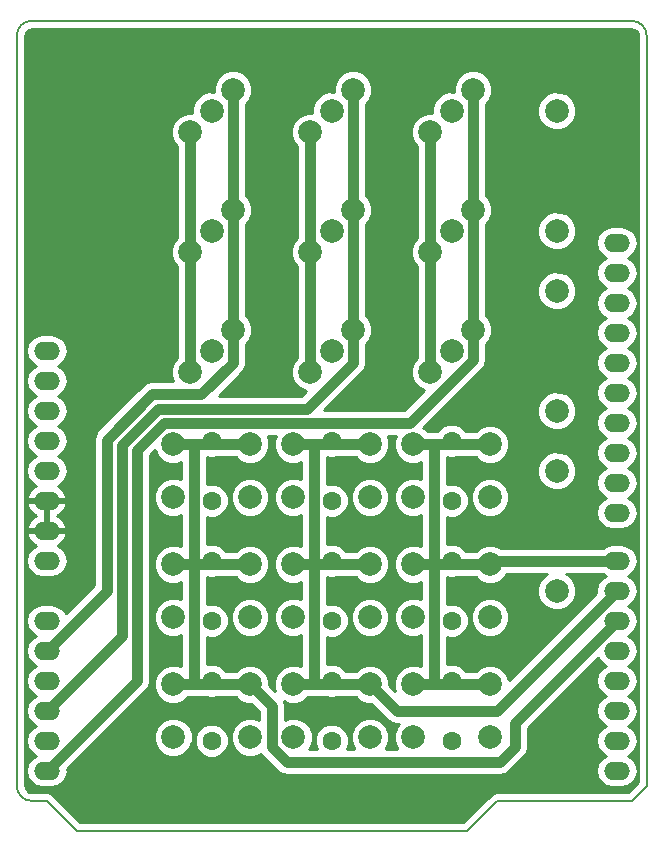
<source format=gbr>
G04 #@! TF.FileFunction,Copper,L2,Bot,Signal*
%FSLAX46Y46*%
G04 Gerber Fmt 4.6, Leading zero omitted, Abs format (unit mm)*
G04 Created by KiCad (PCBNEW 4.0.5) date 02/22/17 23:16:55*
%MOMM*%
%LPD*%
G01*
G04 APERTURE LIST*
%ADD10C,0.100000*%
%ADD11C,0.150000*%
%ADD12C,0.620000*%
%ADD13C,2.000000*%
%ADD14C,1.600000*%
%ADD15O,2.199640X1.524000*%
%ADD16O,2.197100X1.524000*%
%ADD17C,0.950000*%
%ADD18C,0.254000*%
G04 APERTURE END LIST*
D10*
D11*
X102870000Y-128270000D02*
X102870000Y-64770000D01*
X49530000Y-64770000D02*
X49530000Y-128270000D01*
X54610000Y-132080000D02*
X87630000Y-132080000D01*
X54610000Y-132080000D02*
X52070000Y-129540000D01*
X52070000Y-129540000D02*
X50800000Y-129540000D01*
X101600000Y-129540000D02*
X90170000Y-129540000D01*
X90170000Y-129540000D02*
X87630000Y-132080000D01*
X102870000Y-128270000D02*
X101600000Y-129540000D01*
X102870000Y-64770000D02*
G75*
G03X101600000Y-63500000I-1270000J0D01*
G01*
X50800000Y-63500000D02*
X101600000Y-63500000D01*
X50800000Y-63500000D02*
G75*
G03X49530000Y-64770000I0J-1270000D01*
G01*
X49530000Y-128270000D02*
G75*
G03X50800000Y-129540000I1270000J0D01*
G01*
D12*
X87122000Y-130937000D03*
X76200000Y-117602000D03*
X95504000Y-88392000D03*
X97282000Y-101727000D03*
X87630000Y-94869000D03*
X89662000Y-92583000D03*
X73152000Y-117602000D03*
X76200000Y-101727000D03*
X73152000Y-101727000D03*
X55118000Y-130937000D03*
X101092000Y-128524000D03*
X72644000Y-122174000D03*
X66040000Y-111887000D03*
X69596000Y-122174000D03*
X61849000Y-93472000D03*
X50673000Y-64643000D03*
X83185000Y-89916000D03*
X72898000Y-89916000D03*
X55626000Y-108585000D03*
X50673000Y-128397000D03*
X76200000Y-107442000D03*
X66040000Y-107442000D03*
X73152000Y-111887000D03*
X83312000Y-107442000D03*
X73152000Y-107442000D03*
X98806000Y-118110000D03*
X86360000Y-107442000D03*
X86360000Y-101600000D03*
X83312000Y-101600000D03*
X101727000Y-64643000D03*
X95504000Y-84328000D03*
X86360000Y-111760000D03*
X89662000Y-72644000D03*
X83312000Y-111760000D03*
X93853000Y-110617000D03*
X86360000Y-117602000D03*
X76200000Y-111887000D03*
X66040000Y-117602000D03*
X71120000Y-99060000D03*
X66040000Y-101727000D03*
X62992000Y-101727000D03*
X98679000Y-96266000D03*
X93345000Y-96266000D03*
X84709000Y-97790000D03*
X81280000Y-99060000D03*
X98552000Y-110744000D03*
X80391000Y-122555000D03*
D13*
X66040000Y-71120000D03*
X64243949Y-72916051D03*
X67836051Y-69323949D03*
X76200000Y-71120000D03*
X74403949Y-72916051D03*
X77996051Y-69323949D03*
X86360000Y-71120000D03*
X84563949Y-72916051D03*
X88156051Y-69323949D03*
X66040000Y-81280000D03*
X64243949Y-83076051D03*
X67836051Y-79483949D03*
X76200000Y-81280000D03*
X74403949Y-83076051D03*
X77996051Y-79483949D03*
X86360000Y-81280000D03*
X84563949Y-83076051D03*
X88156051Y-79483949D03*
X66040000Y-91440000D03*
X64243949Y-93236051D03*
X67836051Y-89643949D03*
X76200000Y-91440000D03*
X74403949Y-93236051D03*
X77996051Y-89643949D03*
X86360000Y-91440000D03*
X84563949Y-93236051D03*
X88156051Y-89643949D03*
X95250000Y-81280000D03*
X95250000Y-71120000D03*
X95250000Y-96520000D03*
X95250000Y-86360000D03*
X95250000Y-111760000D03*
X95250000Y-101600000D03*
X79450000Y-99350000D03*
X72950000Y-103850000D03*
X79450000Y-103850000D03*
X72950000Y-99350000D03*
D14*
X76200000Y-104140000D03*
X76200000Y-99060000D03*
D13*
X69290000Y-99350000D03*
X62790000Y-103850000D03*
X69290000Y-103850000D03*
X62790000Y-99350000D03*
D14*
X66040000Y-104140000D03*
X66040000Y-99060000D03*
D13*
X89610000Y-99350000D03*
X83110000Y-103850000D03*
X89610000Y-103850000D03*
X83110000Y-99350000D03*
D14*
X86360000Y-104140000D03*
X86360000Y-99060000D03*
D13*
X69290000Y-109510000D03*
X62790000Y-114010000D03*
X69290000Y-114010000D03*
X62790000Y-109510000D03*
D14*
X66040000Y-114300000D03*
X66040000Y-109220000D03*
D13*
X79450000Y-109510000D03*
X72950000Y-114010000D03*
X79450000Y-114010000D03*
X72950000Y-109510000D03*
D14*
X76200000Y-114300000D03*
X76200000Y-109220000D03*
D13*
X89610000Y-109510000D03*
X83110000Y-114010000D03*
X89610000Y-114010000D03*
X83110000Y-109510000D03*
D14*
X86360000Y-114300000D03*
X86360000Y-109220000D03*
D13*
X69290000Y-119670000D03*
X62790000Y-124170000D03*
X69290000Y-124170000D03*
X62790000Y-119670000D03*
D14*
X66040000Y-124460000D03*
X66040000Y-119380000D03*
D13*
X79450000Y-119670000D03*
X72950000Y-124170000D03*
X79450000Y-124170000D03*
X72950000Y-119670000D03*
D14*
X76200000Y-124460000D03*
X76200000Y-119380000D03*
D13*
X89610000Y-119670000D03*
X83110000Y-124170000D03*
X89610000Y-124170000D03*
X83110000Y-119670000D03*
D14*
X86360000Y-124460000D03*
X86360000Y-119380000D03*
D15*
X52070000Y-91440000D03*
X52070000Y-93980000D03*
X52070000Y-96520000D03*
X52070000Y-99060000D03*
X52070000Y-101600000D03*
X52070000Y-104140000D03*
X52070000Y-106680000D03*
X52070000Y-109220000D03*
X52070000Y-114300000D03*
X52070000Y-116840000D03*
X52070000Y-119380000D03*
X52070000Y-121920000D03*
X52070000Y-124460000D03*
X52070000Y-127000000D03*
D16*
X100330000Y-127000000D03*
X100330000Y-124460000D03*
X100330000Y-121920000D03*
X100330000Y-119380000D03*
X100330000Y-116840000D03*
X100330000Y-114300000D03*
X100330000Y-111760000D03*
X100330000Y-109220000D03*
X100330000Y-105156000D03*
X100330000Y-102616000D03*
X100330000Y-100076000D03*
X100330000Y-97536000D03*
X100330000Y-94996000D03*
X100330000Y-92456000D03*
X100330000Y-89916000D03*
X100330000Y-87378540D03*
X100330000Y-84836000D03*
X100330000Y-82296000D03*
D12*
X83439000Y-117729000D03*
D17*
X64243949Y-83076051D02*
X64243949Y-93236051D01*
X64243949Y-72916051D02*
X64243949Y-83076051D01*
X57150000Y-111760000D02*
X52070000Y-116840000D01*
X57150000Y-98967880D02*
X57150000Y-111760000D01*
X60981884Y-95135996D02*
X57150000Y-98967880D01*
X65138004Y-95135996D02*
X60981884Y-95135996D01*
X67836051Y-92437949D02*
X65138004Y-95135996D01*
X67836051Y-89643949D02*
X67836051Y-92437949D01*
X67836051Y-79483949D02*
X67836051Y-89643949D01*
X67836051Y-69323949D02*
X67836051Y-79483949D01*
X74403949Y-83076051D02*
X74403949Y-93236051D01*
X74403949Y-72916051D02*
X74403949Y-83076051D01*
X61478942Y-96335998D02*
X58420000Y-99394940D01*
X74098002Y-96335998D02*
X61478942Y-96335998D01*
X74422000Y-96012000D02*
X74098002Y-96335998D01*
X58420000Y-115570000D02*
X52070000Y-121920000D01*
X58420000Y-99394940D02*
X58420000Y-115570000D01*
X77996051Y-89643949D02*
X77996051Y-92437949D01*
X77996051Y-92437949D02*
X74422000Y-96012000D01*
X74422000Y-96012000D02*
X74352002Y-96081998D01*
X77996051Y-79483949D02*
X77996051Y-89643949D01*
X77996051Y-69323949D02*
X77996051Y-79483949D01*
X84563949Y-83076051D02*
X84563949Y-93236051D01*
X84563949Y-72916051D02*
X84563949Y-83076051D01*
X61976000Y-97536000D02*
X59690000Y-99822000D01*
X82804000Y-97536000D02*
X61976000Y-97536000D01*
X88156051Y-92183949D02*
X83058000Y-97282000D01*
X88156051Y-89643949D02*
X88156051Y-92183949D01*
X83058000Y-97282000D02*
X82804000Y-97536000D01*
X59690000Y-119380000D02*
X52070000Y-127000000D01*
X59690000Y-99822000D02*
X59690000Y-119380000D01*
X88156051Y-79483949D02*
X88156051Y-89643949D01*
X88156051Y-69323949D02*
X88156051Y-79483949D01*
X100330000Y-114300000D02*
X91694000Y-122936000D01*
X90424000Y-126238000D02*
X91440000Y-125222000D01*
X72390000Y-126238000D02*
X90424000Y-126238000D01*
X71120000Y-124968000D02*
X72390000Y-126238000D01*
X71120000Y-121500000D02*
X71120000Y-124968000D01*
X71120000Y-121500000D02*
X69290000Y-119670000D01*
X91694000Y-124968000D02*
X91694000Y-122936000D01*
X91440000Y-125222000D02*
X91694000Y-124968000D01*
X64516000Y-109474000D02*
X64516000Y-119670000D01*
X64516000Y-119670000D02*
X64516000Y-119380000D01*
X64516000Y-119380000D02*
X64516000Y-119670000D01*
X62790000Y-119670000D02*
X64516000Y-119670000D01*
X64516000Y-119670000D02*
X65750000Y-119670000D01*
X65750000Y-119670000D02*
X69290000Y-119670000D01*
X64516000Y-99350000D02*
X64516000Y-109510000D01*
X64516000Y-109510000D02*
X64516000Y-109474000D01*
X64516000Y-109474000D02*
X64516000Y-109510000D01*
X62790000Y-109510000D02*
X64516000Y-109510000D01*
X64516000Y-109510000D02*
X65750000Y-109510000D01*
X65750000Y-109510000D02*
X69290000Y-109510000D01*
X62790000Y-99350000D02*
X64516000Y-99350000D01*
X64516000Y-99350000D02*
X65750000Y-99350000D01*
X65750000Y-99350000D02*
X69290000Y-99350000D01*
X72950000Y-99350000D02*
X74676000Y-99350000D01*
X79450000Y-119670000D02*
X81700000Y-121920000D01*
X90170000Y-121920000D02*
X100330000Y-111760000D01*
X81700000Y-121920000D02*
X90170000Y-121920000D01*
X74676000Y-109474000D02*
X74676000Y-119670000D01*
X74676000Y-119670000D02*
X74676000Y-119380000D01*
X74676000Y-119380000D02*
X74676000Y-119670000D01*
X72950000Y-119670000D02*
X74676000Y-119670000D01*
X74676000Y-119670000D02*
X75910000Y-119670000D01*
X75910000Y-119670000D02*
X79450000Y-119670000D01*
X74676000Y-99350000D02*
X74676000Y-109474000D01*
X74676000Y-109474000D02*
X74676000Y-109510000D01*
X74676000Y-109510000D02*
X74676000Y-109220000D01*
X74676000Y-109220000D02*
X74676000Y-109510000D01*
X72950000Y-109510000D02*
X74676000Y-109510000D01*
X74676000Y-109510000D02*
X75910000Y-109510000D01*
X75910000Y-109510000D02*
X79450000Y-109510000D01*
X74676000Y-99350000D02*
X75910000Y-99350000D01*
X75910000Y-99350000D02*
X79450000Y-99350000D01*
X100330000Y-109220000D02*
X89900000Y-109220000D01*
X89900000Y-109220000D02*
X89610000Y-109510000D01*
X84836000Y-109474000D02*
X84836000Y-119670000D01*
X84836000Y-119670000D02*
X84836000Y-119634000D01*
X84836000Y-119634000D02*
X84836000Y-119670000D01*
X83110000Y-119670000D02*
X84836000Y-119670000D01*
X84836000Y-119670000D02*
X86070000Y-119670000D01*
X86070000Y-119670000D02*
X89610000Y-119670000D01*
X84836000Y-99350000D02*
X84836000Y-109510000D01*
X84836000Y-109510000D02*
X84836000Y-109474000D01*
X84836000Y-109474000D02*
X84836000Y-109510000D01*
X83110000Y-109510000D02*
X84836000Y-109510000D01*
X84836000Y-109510000D02*
X86070000Y-109510000D01*
X86070000Y-109510000D02*
X89610000Y-109510000D01*
X83110000Y-99350000D02*
X84836000Y-99350000D01*
X84836000Y-99350000D02*
X86070000Y-99350000D01*
X86070000Y-99350000D02*
X89610000Y-99350000D01*
D18*
G36*
X101808979Y-64265478D02*
X101986145Y-64383856D01*
X102104521Y-64561019D01*
X102160000Y-64839931D01*
X102160000Y-127975908D01*
X101305908Y-128830000D01*
X90170000Y-128830000D01*
X89898295Y-128884046D01*
X89667954Y-129037954D01*
X89667952Y-129037957D01*
X87335908Y-131370000D01*
X54904091Y-131370000D01*
X52572046Y-129037954D01*
X52341705Y-128884046D01*
X52070000Y-128830000D01*
X50869931Y-128830000D01*
X50591019Y-128774521D01*
X50413856Y-128656145D01*
X50295478Y-128478979D01*
X50240000Y-128200070D01*
X50240000Y-114300000D01*
X50301193Y-114300000D01*
X50407533Y-114834609D01*
X50710365Y-115287828D01*
X51132664Y-115570000D01*
X50710365Y-115852172D01*
X50407533Y-116305391D01*
X50301193Y-116840000D01*
X50407533Y-117374609D01*
X50710365Y-117827828D01*
X51132664Y-118110000D01*
X50710365Y-118392172D01*
X50407533Y-118845391D01*
X50301193Y-119380000D01*
X50407533Y-119914609D01*
X50710365Y-120367828D01*
X51132664Y-120650000D01*
X50710365Y-120932172D01*
X50407533Y-121385391D01*
X50301193Y-121920000D01*
X50407533Y-122454609D01*
X50710365Y-122907828D01*
X51132664Y-123190000D01*
X50710365Y-123472172D01*
X50407533Y-123925391D01*
X50301193Y-124460000D01*
X50407533Y-124994609D01*
X50710365Y-125447828D01*
X51132664Y-125730000D01*
X50710365Y-126012172D01*
X50407533Y-126465391D01*
X50301193Y-127000000D01*
X50407533Y-127534609D01*
X50710365Y-127987828D01*
X51163584Y-128290660D01*
X51698193Y-128397000D01*
X52441807Y-128397000D01*
X52976416Y-128290660D01*
X53429635Y-127987828D01*
X53732467Y-127534609D01*
X53838807Y-127000000D01*
X53805786Y-126833992D01*
X56145982Y-124493795D01*
X61154716Y-124493795D01*
X61403106Y-125094943D01*
X61862637Y-125555278D01*
X62463352Y-125804716D01*
X63113795Y-125805284D01*
X63714943Y-125556894D01*
X64175278Y-125097363D01*
X64321929Y-124744187D01*
X64604752Y-124744187D01*
X64822757Y-125271800D01*
X65226077Y-125675824D01*
X65753309Y-125894750D01*
X66324187Y-125895248D01*
X66851800Y-125677243D01*
X67255824Y-125273923D01*
X67474750Y-124746691D01*
X67475248Y-124175813D01*
X67257243Y-123648200D01*
X66853923Y-123244176D01*
X66326691Y-123025250D01*
X65755813Y-123024752D01*
X65228200Y-123242757D01*
X64824176Y-123646077D01*
X64605250Y-124173309D01*
X64604752Y-124744187D01*
X64321929Y-124744187D01*
X64424716Y-124496648D01*
X64425284Y-123846205D01*
X64176894Y-123245057D01*
X63717363Y-122784722D01*
X63116648Y-122535284D01*
X62466205Y-122534716D01*
X61865057Y-122783106D01*
X61404722Y-123242637D01*
X61155284Y-123843352D01*
X61154716Y-124493795D01*
X56145982Y-124493795D01*
X60474886Y-120164891D01*
X60474889Y-120164889D01*
X60715506Y-119804779D01*
X60800000Y-119380000D01*
X60800000Y-100281778D01*
X61228767Y-99853011D01*
X61403106Y-100274943D01*
X61862637Y-100735278D01*
X62463352Y-100984716D01*
X63113795Y-100985284D01*
X63406000Y-100864547D01*
X63406000Y-102335433D01*
X63116648Y-102215284D01*
X62466205Y-102214716D01*
X61865057Y-102463106D01*
X61404722Y-102922637D01*
X61155284Y-103523352D01*
X61154716Y-104173795D01*
X61403106Y-104774943D01*
X61862637Y-105235278D01*
X62463352Y-105484716D01*
X63113795Y-105485284D01*
X63406000Y-105364547D01*
X63406000Y-107995433D01*
X63116648Y-107875284D01*
X62466205Y-107874716D01*
X61865057Y-108123106D01*
X61404722Y-108582637D01*
X61155284Y-109183352D01*
X61154716Y-109833795D01*
X61403106Y-110434943D01*
X61862637Y-110895278D01*
X62463352Y-111144716D01*
X63113795Y-111145284D01*
X63406000Y-111024547D01*
X63406000Y-112495433D01*
X63116648Y-112375284D01*
X62466205Y-112374716D01*
X61865057Y-112623106D01*
X61404722Y-113082637D01*
X61155284Y-113683352D01*
X61154716Y-114333795D01*
X61403106Y-114934943D01*
X61862637Y-115395278D01*
X62463352Y-115644716D01*
X63113795Y-115645284D01*
X63406000Y-115524547D01*
X63406000Y-118155433D01*
X63116648Y-118035284D01*
X62466205Y-118034716D01*
X61865057Y-118283106D01*
X61404722Y-118742637D01*
X61155284Y-119343352D01*
X61154716Y-119993795D01*
X61403106Y-120594943D01*
X61862637Y-121055278D01*
X62463352Y-121304716D01*
X63113795Y-121305284D01*
X63714943Y-121056894D01*
X63992321Y-120780000D01*
X65669622Y-120780000D01*
X65753309Y-120814750D01*
X66324187Y-120815248D01*
X66409494Y-120780000D01*
X68087840Y-120780000D01*
X68362637Y-121055278D01*
X68963352Y-121304716D01*
X69355281Y-121305058D01*
X70010000Y-121959777D01*
X70010000Y-122698618D01*
X69616648Y-122535284D01*
X68966205Y-122534716D01*
X68365057Y-122783106D01*
X67904722Y-123242637D01*
X67655284Y-123843352D01*
X67654716Y-124493795D01*
X67903106Y-125094943D01*
X68362637Y-125555278D01*
X68963352Y-125804716D01*
X69613795Y-125805284D01*
X70206487Y-125560388D01*
X70335111Y-125752889D01*
X71605109Y-127022886D01*
X71605111Y-127022889D01*
X71965221Y-127263506D01*
X72035697Y-127277525D01*
X72390000Y-127348001D01*
X72390005Y-127348000D01*
X90423995Y-127348000D01*
X90424000Y-127348001D01*
X90778303Y-127277525D01*
X90848779Y-127263506D01*
X91208889Y-127022889D01*
X92224889Y-126006889D01*
X92478886Y-125752891D01*
X92478889Y-125752889D01*
X92719506Y-125392779D01*
X92804000Y-124968000D01*
X92804000Y-123395778D01*
X98731449Y-117468328D01*
X98971660Y-117827828D01*
X99393959Y-118110000D01*
X98971660Y-118392172D01*
X98668828Y-118845391D01*
X98562488Y-119380000D01*
X98668828Y-119914609D01*
X98971660Y-120367828D01*
X99393959Y-120650000D01*
X98971660Y-120932172D01*
X98668828Y-121385391D01*
X98562488Y-121920000D01*
X98668828Y-122454609D01*
X98971660Y-122907828D01*
X99393959Y-123190000D01*
X98971660Y-123472172D01*
X98668828Y-123925391D01*
X98562488Y-124460000D01*
X98668828Y-124994609D01*
X98971660Y-125447828D01*
X99393959Y-125730000D01*
X98971660Y-126012172D01*
X98668828Y-126465391D01*
X98562488Y-127000000D01*
X98668828Y-127534609D01*
X98971660Y-127987828D01*
X99424879Y-128290660D01*
X99959488Y-128397000D01*
X100700512Y-128397000D01*
X101235121Y-128290660D01*
X101688340Y-127987828D01*
X101991172Y-127534609D01*
X102097512Y-127000000D01*
X101991172Y-126465391D01*
X101688340Y-126012172D01*
X101266041Y-125730000D01*
X101688340Y-125447828D01*
X101991172Y-124994609D01*
X102097512Y-124460000D01*
X101991172Y-123925391D01*
X101688340Y-123472172D01*
X101266041Y-123190000D01*
X101688340Y-122907828D01*
X101991172Y-122454609D01*
X102097512Y-121920000D01*
X101991172Y-121385391D01*
X101688340Y-120932172D01*
X101266041Y-120650000D01*
X101688340Y-120367828D01*
X101991172Y-119914609D01*
X102097512Y-119380000D01*
X101991172Y-118845391D01*
X101688340Y-118392172D01*
X101266041Y-118110000D01*
X101688340Y-117827828D01*
X101991172Y-117374609D01*
X102097512Y-116840000D01*
X101991172Y-116305391D01*
X101688340Y-115852172D01*
X101266041Y-115570000D01*
X101688340Y-115287828D01*
X101991172Y-114834609D01*
X102097512Y-114300000D01*
X101991172Y-113765391D01*
X101688340Y-113312172D01*
X101266041Y-113030000D01*
X101688340Y-112747828D01*
X101991172Y-112294609D01*
X102097512Y-111760000D01*
X101991172Y-111225391D01*
X101688340Y-110772172D01*
X101266041Y-110490000D01*
X101688340Y-110207828D01*
X101991172Y-109754609D01*
X102097512Y-109220000D01*
X101991172Y-108685391D01*
X101688340Y-108232172D01*
X101235121Y-107929340D01*
X100700512Y-107823000D01*
X99959488Y-107823000D01*
X99424879Y-107929340D01*
X99154503Y-108110000D01*
X90501908Y-108110000D01*
X89936648Y-107875284D01*
X89286205Y-107874716D01*
X88685057Y-108123106D01*
X88407679Y-108400000D01*
X87569057Y-108400000D01*
X87173923Y-108004176D01*
X86646691Y-107785250D01*
X86075813Y-107784752D01*
X85946000Y-107838390D01*
X85946000Y-105521887D01*
X86073309Y-105574750D01*
X86644187Y-105575248D01*
X87171800Y-105357243D01*
X87575824Y-104953923D01*
X87794750Y-104426691D01*
X87794970Y-104173795D01*
X87974716Y-104173795D01*
X88223106Y-104774943D01*
X88682637Y-105235278D01*
X89283352Y-105484716D01*
X89933795Y-105485284D01*
X90534943Y-105236894D01*
X90995278Y-104777363D01*
X91244716Y-104176648D01*
X91245284Y-103526205D01*
X90996894Y-102925057D01*
X90537363Y-102464722D01*
X89936648Y-102215284D01*
X89286205Y-102214716D01*
X88685057Y-102463106D01*
X88224722Y-102922637D01*
X87975284Y-103523352D01*
X87974716Y-104173795D01*
X87794970Y-104173795D01*
X87795248Y-103855813D01*
X87577243Y-103328200D01*
X87173923Y-102924176D01*
X86646691Y-102705250D01*
X86075813Y-102704752D01*
X85946000Y-102758390D01*
X85946000Y-101923795D01*
X93614716Y-101923795D01*
X93863106Y-102524943D01*
X94322637Y-102985278D01*
X94923352Y-103234716D01*
X95573795Y-103235284D01*
X96174943Y-102986894D01*
X96635278Y-102527363D01*
X96884716Y-101926648D01*
X96885284Y-101276205D01*
X96636894Y-100675057D01*
X96177363Y-100214722D01*
X95576648Y-99965284D01*
X94926205Y-99964716D01*
X94325057Y-100213106D01*
X93864722Y-100672637D01*
X93615284Y-101273352D01*
X93614716Y-101923795D01*
X85946000Y-101923795D01*
X85946000Y-100460000D01*
X85989622Y-100460000D01*
X86073309Y-100494750D01*
X86644187Y-100495248D01*
X86729494Y-100460000D01*
X88407840Y-100460000D01*
X88682637Y-100735278D01*
X89283352Y-100984716D01*
X89933795Y-100985284D01*
X90534943Y-100736894D01*
X90995278Y-100277363D01*
X91244716Y-99676648D01*
X91245284Y-99026205D01*
X90996894Y-98425057D01*
X90537363Y-97964722D01*
X89936648Y-97715284D01*
X89286205Y-97714716D01*
X88685057Y-97963106D01*
X88407679Y-98240000D01*
X87569057Y-98240000D01*
X87173923Y-97844176D01*
X86646691Y-97625250D01*
X86075813Y-97624752D01*
X85548200Y-97842757D01*
X85150264Y-98240000D01*
X84312160Y-98240000D01*
X84037363Y-97964722D01*
X83972139Y-97937639D01*
X85065982Y-96843795D01*
X93614716Y-96843795D01*
X93863106Y-97444943D01*
X94322637Y-97905278D01*
X94923352Y-98154716D01*
X95573795Y-98155284D01*
X96174943Y-97906894D01*
X96635278Y-97447363D01*
X96884716Y-96846648D01*
X96885284Y-96196205D01*
X96636894Y-95595057D01*
X96177363Y-95134722D01*
X95576648Y-94885284D01*
X94926205Y-94884716D01*
X94325057Y-95133106D01*
X93864722Y-95592637D01*
X93615284Y-96193352D01*
X93614716Y-96843795D01*
X85065982Y-96843795D01*
X88940937Y-92968840D01*
X88940940Y-92968838D01*
X89181557Y-92608728D01*
X89215527Y-92437949D01*
X89266052Y-92183949D01*
X89266051Y-92183944D01*
X89266051Y-90846109D01*
X89541329Y-90571312D01*
X89790767Y-89970597D01*
X89791335Y-89320154D01*
X89542945Y-88719006D01*
X89266051Y-88441628D01*
X89266051Y-86683795D01*
X93614716Y-86683795D01*
X93863106Y-87284943D01*
X94322637Y-87745278D01*
X94923352Y-87994716D01*
X95573795Y-87995284D01*
X96174943Y-87746894D01*
X96635278Y-87287363D01*
X96884716Y-86686648D01*
X96885284Y-86036205D01*
X96636894Y-85435057D01*
X96177363Y-84974722D01*
X95576648Y-84725284D01*
X94926205Y-84724716D01*
X94325057Y-84973106D01*
X93864722Y-85432637D01*
X93615284Y-86033352D01*
X93614716Y-86683795D01*
X89266051Y-86683795D01*
X89266051Y-81603795D01*
X93614716Y-81603795D01*
X93863106Y-82204943D01*
X94322637Y-82665278D01*
X94923352Y-82914716D01*
X95573795Y-82915284D01*
X96174943Y-82666894D01*
X96546485Y-82296000D01*
X98562488Y-82296000D01*
X98668828Y-82830609D01*
X98971660Y-83283828D01*
X99393959Y-83566000D01*
X98971660Y-83848172D01*
X98668828Y-84301391D01*
X98562488Y-84836000D01*
X98668828Y-85370609D01*
X98971660Y-85823828D01*
X99395860Y-86107270D01*
X98971660Y-86390712D01*
X98668828Y-86843931D01*
X98562488Y-87378540D01*
X98668828Y-87913149D01*
X98971660Y-88366368D01*
X99392059Y-88647270D01*
X98971660Y-88928172D01*
X98668828Y-89381391D01*
X98562488Y-89916000D01*
X98668828Y-90450609D01*
X98971660Y-90903828D01*
X99393959Y-91186000D01*
X98971660Y-91468172D01*
X98668828Y-91921391D01*
X98562488Y-92456000D01*
X98668828Y-92990609D01*
X98971660Y-93443828D01*
X99393959Y-93726000D01*
X98971660Y-94008172D01*
X98668828Y-94461391D01*
X98562488Y-94996000D01*
X98668828Y-95530609D01*
X98971660Y-95983828D01*
X99393959Y-96266000D01*
X98971660Y-96548172D01*
X98668828Y-97001391D01*
X98562488Y-97536000D01*
X98668828Y-98070609D01*
X98971660Y-98523828D01*
X99393959Y-98806000D01*
X98971660Y-99088172D01*
X98668828Y-99541391D01*
X98562488Y-100076000D01*
X98668828Y-100610609D01*
X98971660Y-101063828D01*
X99393959Y-101346000D01*
X98971660Y-101628172D01*
X98668828Y-102081391D01*
X98562488Y-102616000D01*
X98668828Y-103150609D01*
X98971660Y-103603828D01*
X99393959Y-103886000D01*
X98971660Y-104168172D01*
X98668828Y-104621391D01*
X98562488Y-105156000D01*
X98668828Y-105690609D01*
X98971660Y-106143828D01*
X99424879Y-106446660D01*
X99959488Y-106553000D01*
X100700512Y-106553000D01*
X101235121Y-106446660D01*
X101688340Y-106143828D01*
X101991172Y-105690609D01*
X102097512Y-105156000D01*
X101991172Y-104621391D01*
X101688340Y-104168172D01*
X101266041Y-103886000D01*
X101688340Y-103603828D01*
X101991172Y-103150609D01*
X102097512Y-102616000D01*
X101991172Y-102081391D01*
X101688340Y-101628172D01*
X101266041Y-101346000D01*
X101688340Y-101063828D01*
X101991172Y-100610609D01*
X102097512Y-100076000D01*
X101991172Y-99541391D01*
X101688340Y-99088172D01*
X101266041Y-98806000D01*
X101688340Y-98523828D01*
X101991172Y-98070609D01*
X102097512Y-97536000D01*
X101991172Y-97001391D01*
X101688340Y-96548172D01*
X101266041Y-96266000D01*
X101688340Y-95983828D01*
X101991172Y-95530609D01*
X102097512Y-94996000D01*
X101991172Y-94461391D01*
X101688340Y-94008172D01*
X101266041Y-93726000D01*
X101688340Y-93443828D01*
X101991172Y-92990609D01*
X102097512Y-92456000D01*
X101991172Y-91921391D01*
X101688340Y-91468172D01*
X101266041Y-91186000D01*
X101688340Y-90903828D01*
X101991172Y-90450609D01*
X102097512Y-89916000D01*
X101991172Y-89381391D01*
X101688340Y-88928172D01*
X101267941Y-88647270D01*
X101688340Y-88366368D01*
X101991172Y-87913149D01*
X102097512Y-87378540D01*
X101991172Y-86843931D01*
X101688340Y-86390712D01*
X101264140Y-86107270D01*
X101688340Y-85823828D01*
X101991172Y-85370609D01*
X102097512Y-84836000D01*
X101991172Y-84301391D01*
X101688340Y-83848172D01*
X101266041Y-83566000D01*
X101688340Y-83283828D01*
X101991172Y-82830609D01*
X102097512Y-82296000D01*
X101991172Y-81761391D01*
X101688340Y-81308172D01*
X101235121Y-81005340D01*
X100700512Y-80899000D01*
X99959488Y-80899000D01*
X99424879Y-81005340D01*
X98971660Y-81308172D01*
X98668828Y-81761391D01*
X98562488Y-82296000D01*
X96546485Y-82296000D01*
X96635278Y-82207363D01*
X96884716Y-81606648D01*
X96885284Y-80956205D01*
X96636894Y-80355057D01*
X96177363Y-79894722D01*
X95576648Y-79645284D01*
X94926205Y-79644716D01*
X94325057Y-79893106D01*
X93864722Y-80352637D01*
X93615284Y-80953352D01*
X93614716Y-81603795D01*
X89266051Y-81603795D01*
X89266051Y-80686109D01*
X89541329Y-80411312D01*
X89790767Y-79810597D01*
X89791335Y-79160154D01*
X89542945Y-78559006D01*
X89266051Y-78281628D01*
X89266051Y-71443795D01*
X93614716Y-71443795D01*
X93863106Y-72044943D01*
X94322637Y-72505278D01*
X94923352Y-72754716D01*
X95573795Y-72755284D01*
X96174943Y-72506894D01*
X96635278Y-72047363D01*
X96884716Y-71446648D01*
X96885284Y-70796205D01*
X96636894Y-70195057D01*
X96177363Y-69734722D01*
X95576648Y-69485284D01*
X94926205Y-69484716D01*
X94325057Y-69733106D01*
X93864722Y-70192637D01*
X93615284Y-70793352D01*
X93614716Y-71443795D01*
X89266051Y-71443795D01*
X89266051Y-70526109D01*
X89541329Y-70251312D01*
X89790767Y-69650597D01*
X89791335Y-69000154D01*
X89542945Y-68399006D01*
X89083414Y-67938671D01*
X88482699Y-67689233D01*
X87832256Y-67688665D01*
X87231108Y-67937055D01*
X86770773Y-68396586D01*
X86521335Y-68997301D01*
X86520909Y-69485139D01*
X86036205Y-69484716D01*
X85435057Y-69733106D01*
X84974722Y-70192637D01*
X84725284Y-70793352D01*
X84724858Y-71281190D01*
X84240154Y-71280767D01*
X83639006Y-71529157D01*
X83178671Y-71988688D01*
X82929233Y-72589403D01*
X82928665Y-73239846D01*
X83177055Y-73840994D01*
X83453949Y-74118372D01*
X83453949Y-81873891D01*
X83178671Y-82148688D01*
X82929233Y-82749403D01*
X82928665Y-83399846D01*
X83177055Y-84000994D01*
X83453949Y-84278372D01*
X83453949Y-92033891D01*
X83178671Y-92308688D01*
X82929233Y-92909403D01*
X82928665Y-93559846D01*
X83177055Y-94160994D01*
X83636586Y-94621329D01*
X83998580Y-94771642D01*
X82344222Y-96426000D01*
X75577778Y-96426000D01*
X78780937Y-93222840D01*
X78780940Y-93222838D01*
X79021557Y-92862728D01*
X79106051Y-92437949D01*
X79106051Y-90846109D01*
X79381329Y-90571312D01*
X79630767Y-89970597D01*
X79631335Y-89320154D01*
X79382945Y-88719006D01*
X79106051Y-88441628D01*
X79106051Y-80686109D01*
X79381329Y-80411312D01*
X79630767Y-79810597D01*
X79631335Y-79160154D01*
X79382945Y-78559006D01*
X79106051Y-78281628D01*
X79106051Y-70526109D01*
X79381329Y-70251312D01*
X79630767Y-69650597D01*
X79631335Y-69000154D01*
X79382945Y-68399006D01*
X78923414Y-67938671D01*
X78322699Y-67689233D01*
X77672256Y-67688665D01*
X77071108Y-67937055D01*
X76610773Y-68396586D01*
X76361335Y-68997301D01*
X76360909Y-69485139D01*
X75876205Y-69484716D01*
X75275057Y-69733106D01*
X74814722Y-70192637D01*
X74565284Y-70793352D01*
X74564858Y-71281190D01*
X74080154Y-71280767D01*
X73479006Y-71529157D01*
X73018671Y-71988688D01*
X72769233Y-72589403D01*
X72768665Y-73239846D01*
X73017055Y-73840994D01*
X73293949Y-74118372D01*
X73293949Y-81873891D01*
X73018671Y-82148688D01*
X72769233Y-82749403D01*
X72768665Y-83399846D01*
X73017055Y-84000994D01*
X73293949Y-84278372D01*
X73293949Y-92033891D01*
X73018671Y-92308688D01*
X72769233Y-92909403D01*
X72768665Y-93559846D01*
X73017055Y-94160994D01*
X73476586Y-94621329D01*
X74018056Y-94846166D01*
X73638224Y-95225998D01*
X66617780Y-95225998D01*
X68620937Y-93222840D01*
X68620940Y-93222838D01*
X68790657Y-92968838D01*
X68861558Y-92862727D01*
X68946052Y-92437949D01*
X68946051Y-92437944D01*
X68946051Y-90846109D01*
X69221329Y-90571312D01*
X69470767Y-89970597D01*
X69471335Y-89320154D01*
X69222945Y-88719006D01*
X68946051Y-88441628D01*
X68946051Y-80686109D01*
X69221329Y-80411312D01*
X69470767Y-79810597D01*
X69471335Y-79160154D01*
X69222945Y-78559006D01*
X68946051Y-78281628D01*
X68946051Y-70526109D01*
X69221329Y-70251312D01*
X69470767Y-69650597D01*
X69471335Y-69000154D01*
X69222945Y-68399006D01*
X68763414Y-67938671D01*
X68162699Y-67689233D01*
X67512256Y-67688665D01*
X66911108Y-67937055D01*
X66450773Y-68396586D01*
X66201335Y-68997301D01*
X66200909Y-69485139D01*
X65716205Y-69484716D01*
X65115057Y-69733106D01*
X64654722Y-70192637D01*
X64405284Y-70793352D01*
X64404858Y-71281190D01*
X63920154Y-71280767D01*
X63319006Y-71529157D01*
X62858671Y-71988688D01*
X62609233Y-72589403D01*
X62608665Y-73239846D01*
X62857055Y-73840994D01*
X63133949Y-74118372D01*
X63133949Y-81873891D01*
X62858671Y-82148688D01*
X62609233Y-82749403D01*
X62608665Y-83399846D01*
X62857055Y-84000994D01*
X63133949Y-84278372D01*
X63133949Y-92033891D01*
X62858671Y-92308688D01*
X62609233Y-92909403D01*
X62608665Y-93559846D01*
X62801275Y-94025996D01*
X60981884Y-94025996D01*
X60557105Y-94110490D01*
X60196995Y-94351107D01*
X60196993Y-94351110D01*
X56365111Y-98182991D01*
X56124494Y-98543101D01*
X56124494Y-98543102D01*
X56039999Y-98967880D01*
X56040000Y-98967885D01*
X56040000Y-111300223D01*
X53669327Y-113670895D01*
X53429635Y-113312172D01*
X52976416Y-113009340D01*
X52441807Y-112903000D01*
X51698193Y-112903000D01*
X51163584Y-113009340D01*
X50710365Y-113312172D01*
X50407533Y-113765391D01*
X50301193Y-114300000D01*
X50240000Y-114300000D01*
X50240000Y-109220000D01*
X50301193Y-109220000D01*
X50407533Y-109754609D01*
X50710365Y-110207828D01*
X51163584Y-110510660D01*
X51698193Y-110617000D01*
X52441807Y-110617000D01*
X52976416Y-110510660D01*
X53429635Y-110207828D01*
X53732467Y-109754609D01*
X53838807Y-109220000D01*
X53732467Y-108685391D01*
X53429635Y-108232172D01*
X52994394Y-107941353D01*
X53059761Y-107922059D01*
X53485450Y-107578026D01*
X53747080Y-107097277D01*
X53762040Y-107023070D01*
X53639540Y-106807000D01*
X52197000Y-106807000D01*
X52197000Y-106827000D01*
X51943000Y-106827000D01*
X51943000Y-106807000D01*
X50500460Y-106807000D01*
X50377960Y-107023070D01*
X50392920Y-107097277D01*
X50654550Y-107578026D01*
X51080239Y-107922059D01*
X51145606Y-107941353D01*
X50710365Y-108232172D01*
X50407533Y-108685391D01*
X50301193Y-109220000D01*
X50240000Y-109220000D01*
X50240000Y-104483070D01*
X50377960Y-104483070D01*
X50392920Y-104557277D01*
X50654550Y-105038026D01*
X51080239Y-105382059D01*
X51174903Y-105410000D01*
X51080239Y-105437941D01*
X50654550Y-105781974D01*
X50392920Y-106262723D01*
X50377960Y-106336930D01*
X50500460Y-106553000D01*
X51943000Y-106553000D01*
X51943000Y-104267000D01*
X52197000Y-104267000D01*
X52197000Y-106553000D01*
X53639540Y-106553000D01*
X53762040Y-106336930D01*
X53747080Y-106262723D01*
X53485450Y-105781974D01*
X53059761Y-105437941D01*
X52965097Y-105410000D01*
X53059761Y-105382059D01*
X53485450Y-105038026D01*
X53747080Y-104557277D01*
X53762040Y-104483070D01*
X53639540Y-104267000D01*
X52197000Y-104267000D01*
X51943000Y-104267000D01*
X50500460Y-104267000D01*
X50377960Y-104483070D01*
X50240000Y-104483070D01*
X50240000Y-91440000D01*
X50301193Y-91440000D01*
X50407533Y-91974609D01*
X50710365Y-92427828D01*
X51132664Y-92710000D01*
X50710365Y-92992172D01*
X50407533Y-93445391D01*
X50301193Y-93980000D01*
X50407533Y-94514609D01*
X50710365Y-94967828D01*
X51132664Y-95250000D01*
X50710365Y-95532172D01*
X50407533Y-95985391D01*
X50301193Y-96520000D01*
X50407533Y-97054609D01*
X50710365Y-97507828D01*
X51132664Y-97790000D01*
X50710365Y-98072172D01*
X50407533Y-98525391D01*
X50301193Y-99060000D01*
X50407533Y-99594609D01*
X50710365Y-100047828D01*
X51132664Y-100330000D01*
X50710365Y-100612172D01*
X50407533Y-101065391D01*
X50301193Y-101600000D01*
X50407533Y-102134609D01*
X50710365Y-102587828D01*
X51145606Y-102878647D01*
X51080239Y-102897941D01*
X50654550Y-103241974D01*
X50392920Y-103722723D01*
X50377960Y-103796930D01*
X50500460Y-104013000D01*
X51943000Y-104013000D01*
X51943000Y-103993000D01*
X52197000Y-103993000D01*
X52197000Y-104013000D01*
X53639540Y-104013000D01*
X53762040Y-103796930D01*
X53747080Y-103722723D01*
X53485450Y-103241974D01*
X53059761Y-102897941D01*
X52994394Y-102878647D01*
X53429635Y-102587828D01*
X53732467Y-102134609D01*
X53838807Y-101600000D01*
X53732467Y-101065391D01*
X53429635Y-100612172D01*
X53007336Y-100330000D01*
X53429635Y-100047828D01*
X53732467Y-99594609D01*
X53838807Y-99060000D01*
X53732467Y-98525391D01*
X53429635Y-98072172D01*
X53007336Y-97790000D01*
X53429635Y-97507828D01*
X53732467Y-97054609D01*
X53838807Y-96520000D01*
X53732467Y-95985391D01*
X53429635Y-95532172D01*
X53007336Y-95250000D01*
X53429635Y-94967828D01*
X53732467Y-94514609D01*
X53838807Y-93980000D01*
X53732467Y-93445391D01*
X53429635Y-92992172D01*
X53007336Y-92710000D01*
X53429635Y-92427828D01*
X53732467Y-91974609D01*
X53838807Y-91440000D01*
X53732467Y-90905391D01*
X53429635Y-90452172D01*
X52976416Y-90149340D01*
X52441807Y-90043000D01*
X51698193Y-90043000D01*
X51163584Y-90149340D01*
X50710365Y-90452172D01*
X50407533Y-90905391D01*
X50301193Y-91440000D01*
X50240000Y-91440000D01*
X50240000Y-64839930D01*
X50295478Y-64561021D01*
X50413856Y-64383855D01*
X50591019Y-64265479D01*
X50869931Y-64210000D01*
X101530070Y-64210000D01*
X101808979Y-64265478D01*
X101808979Y-64265478D01*
G37*
X101808979Y-64265478D02*
X101986145Y-64383856D01*
X102104521Y-64561019D01*
X102160000Y-64839931D01*
X102160000Y-127975908D01*
X101305908Y-128830000D01*
X90170000Y-128830000D01*
X89898295Y-128884046D01*
X89667954Y-129037954D01*
X89667952Y-129037957D01*
X87335908Y-131370000D01*
X54904091Y-131370000D01*
X52572046Y-129037954D01*
X52341705Y-128884046D01*
X52070000Y-128830000D01*
X50869931Y-128830000D01*
X50591019Y-128774521D01*
X50413856Y-128656145D01*
X50295478Y-128478979D01*
X50240000Y-128200070D01*
X50240000Y-114300000D01*
X50301193Y-114300000D01*
X50407533Y-114834609D01*
X50710365Y-115287828D01*
X51132664Y-115570000D01*
X50710365Y-115852172D01*
X50407533Y-116305391D01*
X50301193Y-116840000D01*
X50407533Y-117374609D01*
X50710365Y-117827828D01*
X51132664Y-118110000D01*
X50710365Y-118392172D01*
X50407533Y-118845391D01*
X50301193Y-119380000D01*
X50407533Y-119914609D01*
X50710365Y-120367828D01*
X51132664Y-120650000D01*
X50710365Y-120932172D01*
X50407533Y-121385391D01*
X50301193Y-121920000D01*
X50407533Y-122454609D01*
X50710365Y-122907828D01*
X51132664Y-123190000D01*
X50710365Y-123472172D01*
X50407533Y-123925391D01*
X50301193Y-124460000D01*
X50407533Y-124994609D01*
X50710365Y-125447828D01*
X51132664Y-125730000D01*
X50710365Y-126012172D01*
X50407533Y-126465391D01*
X50301193Y-127000000D01*
X50407533Y-127534609D01*
X50710365Y-127987828D01*
X51163584Y-128290660D01*
X51698193Y-128397000D01*
X52441807Y-128397000D01*
X52976416Y-128290660D01*
X53429635Y-127987828D01*
X53732467Y-127534609D01*
X53838807Y-127000000D01*
X53805786Y-126833992D01*
X56145982Y-124493795D01*
X61154716Y-124493795D01*
X61403106Y-125094943D01*
X61862637Y-125555278D01*
X62463352Y-125804716D01*
X63113795Y-125805284D01*
X63714943Y-125556894D01*
X64175278Y-125097363D01*
X64321929Y-124744187D01*
X64604752Y-124744187D01*
X64822757Y-125271800D01*
X65226077Y-125675824D01*
X65753309Y-125894750D01*
X66324187Y-125895248D01*
X66851800Y-125677243D01*
X67255824Y-125273923D01*
X67474750Y-124746691D01*
X67475248Y-124175813D01*
X67257243Y-123648200D01*
X66853923Y-123244176D01*
X66326691Y-123025250D01*
X65755813Y-123024752D01*
X65228200Y-123242757D01*
X64824176Y-123646077D01*
X64605250Y-124173309D01*
X64604752Y-124744187D01*
X64321929Y-124744187D01*
X64424716Y-124496648D01*
X64425284Y-123846205D01*
X64176894Y-123245057D01*
X63717363Y-122784722D01*
X63116648Y-122535284D01*
X62466205Y-122534716D01*
X61865057Y-122783106D01*
X61404722Y-123242637D01*
X61155284Y-123843352D01*
X61154716Y-124493795D01*
X56145982Y-124493795D01*
X60474886Y-120164891D01*
X60474889Y-120164889D01*
X60715506Y-119804779D01*
X60800000Y-119380000D01*
X60800000Y-100281778D01*
X61228767Y-99853011D01*
X61403106Y-100274943D01*
X61862637Y-100735278D01*
X62463352Y-100984716D01*
X63113795Y-100985284D01*
X63406000Y-100864547D01*
X63406000Y-102335433D01*
X63116648Y-102215284D01*
X62466205Y-102214716D01*
X61865057Y-102463106D01*
X61404722Y-102922637D01*
X61155284Y-103523352D01*
X61154716Y-104173795D01*
X61403106Y-104774943D01*
X61862637Y-105235278D01*
X62463352Y-105484716D01*
X63113795Y-105485284D01*
X63406000Y-105364547D01*
X63406000Y-107995433D01*
X63116648Y-107875284D01*
X62466205Y-107874716D01*
X61865057Y-108123106D01*
X61404722Y-108582637D01*
X61155284Y-109183352D01*
X61154716Y-109833795D01*
X61403106Y-110434943D01*
X61862637Y-110895278D01*
X62463352Y-111144716D01*
X63113795Y-111145284D01*
X63406000Y-111024547D01*
X63406000Y-112495433D01*
X63116648Y-112375284D01*
X62466205Y-112374716D01*
X61865057Y-112623106D01*
X61404722Y-113082637D01*
X61155284Y-113683352D01*
X61154716Y-114333795D01*
X61403106Y-114934943D01*
X61862637Y-115395278D01*
X62463352Y-115644716D01*
X63113795Y-115645284D01*
X63406000Y-115524547D01*
X63406000Y-118155433D01*
X63116648Y-118035284D01*
X62466205Y-118034716D01*
X61865057Y-118283106D01*
X61404722Y-118742637D01*
X61155284Y-119343352D01*
X61154716Y-119993795D01*
X61403106Y-120594943D01*
X61862637Y-121055278D01*
X62463352Y-121304716D01*
X63113795Y-121305284D01*
X63714943Y-121056894D01*
X63992321Y-120780000D01*
X65669622Y-120780000D01*
X65753309Y-120814750D01*
X66324187Y-120815248D01*
X66409494Y-120780000D01*
X68087840Y-120780000D01*
X68362637Y-121055278D01*
X68963352Y-121304716D01*
X69355281Y-121305058D01*
X70010000Y-121959777D01*
X70010000Y-122698618D01*
X69616648Y-122535284D01*
X68966205Y-122534716D01*
X68365057Y-122783106D01*
X67904722Y-123242637D01*
X67655284Y-123843352D01*
X67654716Y-124493795D01*
X67903106Y-125094943D01*
X68362637Y-125555278D01*
X68963352Y-125804716D01*
X69613795Y-125805284D01*
X70206487Y-125560388D01*
X70335111Y-125752889D01*
X71605109Y-127022886D01*
X71605111Y-127022889D01*
X71965221Y-127263506D01*
X72035697Y-127277525D01*
X72390000Y-127348001D01*
X72390005Y-127348000D01*
X90423995Y-127348000D01*
X90424000Y-127348001D01*
X90778303Y-127277525D01*
X90848779Y-127263506D01*
X91208889Y-127022889D01*
X92224889Y-126006889D01*
X92478886Y-125752891D01*
X92478889Y-125752889D01*
X92719506Y-125392779D01*
X92804000Y-124968000D01*
X92804000Y-123395778D01*
X98731449Y-117468328D01*
X98971660Y-117827828D01*
X99393959Y-118110000D01*
X98971660Y-118392172D01*
X98668828Y-118845391D01*
X98562488Y-119380000D01*
X98668828Y-119914609D01*
X98971660Y-120367828D01*
X99393959Y-120650000D01*
X98971660Y-120932172D01*
X98668828Y-121385391D01*
X98562488Y-121920000D01*
X98668828Y-122454609D01*
X98971660Y-122907828D01*
X99393959Y-123190000D01*
X98971660Y-123472172D01*
X98668828Y-123925391D01*
X98562488Y-124460000D01*
X98668828Y-124994609D01*
X98971660Y-125447828D01*
X99393959Y-125730000D01*
X98971660Y-126012172D01*
X98668828Y-126465391D01*
X98562488Y-127000000D01*
X98668828Y-127534609D01*
X98971660Y-127987828D01*
X99424879Y-128290660D01*
X99959488Y-128397000D01*
X100700512Y-128397000D01*
X101235121Y-128290660D01*
X101688340Y-127987828D01*
X101991172Y-127534609D01*
X102097512Y-127000000D01*
X101991172Y-126465391D01*
X101688340Y-126012172D01*
X101266041Y-125730000D01*
X101688340Y-125447828D01*
X101991172Y-124994609D01*
X102097512Y-124460000D01*
X101991172Y-123925391D01*
X101688340Y-123472172D01*
X101266041Y-123190000D01*
X101688340Y-122907828D01*
X101991172Y-122454609D01*
X102097512Y-121920000D01*
X101991172Y-121385391D01*
X101688340Y-120932172D01*
X101266041Y-120650000D01*
X101688340Y-120367828D01*
X101991172Y-119914609D01*
X102097512Y-119380000D01*
X101991172Y-118845391D01*
X101688340Y-118392172D01*
X101266041Y-118110000D01*
X101688340Y-117827828D01*
X101991172Y-117374609D01*
X102097512Y-116840000D01*
X101991172Y-116305391D01*
X101688340Y-115852172D01*
X101266041Y-115570000D01*
X101688340Y-115287828D01*
X101991172Y-114834609D01*
X102097512Y-114300000D01*
X101991172Y-113765391D01*
X101688340Y-113312172D01*
X101266041Y-113030000D01*
X101688340Y-112747828D01*
X101991172Y-112294609D01*
X102097512Y-111760000D01*
X101991172Y-111225391D01*
X101688340Y-110772172D01*
X101266041Y-110490000D01*
X101688340Y-110207828D01*
X101991172Y-109754609D01*
X102097512Y-109220000D01*
X101991172Y-108685391D01*
X101688340Y-108232172D01*
X101235121Y-107929340D01*
X100700512Y-107823000D01*
X99959488Y-107823000D01*
X99424879Y-107929340D01*
X99154503Y-108110000D01*
X90501908Y-108110000D01*
X89936648Y-107875284D01*
X89286205Y-107874716D01*
X88685057Y-108123106D01*
X88407679Y-108400000D01*
X87569057Y-108400000D01*
X87173923Y-108004176D01*
X86646691Y-107785250D01*
X86075813Y-107784752D01*
X85946000Y-107838390D01*
X85946000Y-105521887D01*
X86073309Y-105574750D01*
X86644187Y-105575248D01*
X87171800Y-105357243D01*
X87575824Y-104953923D01*
X87794750Y-104426691D01*
X87794970Y-104173795D01*
X87974716Y-104173795D01*
X88223106Y-104774943D01*
X88682637Y-105235278D01*
X89283352Y-105484716D01*
X89933795Y-105485284D01*
X90534943Y-105236894D01*
X90995278Y-104777363D01*
X91244716Y-104176648D01*
X91245284Y-103526205D01*
X90996894Y-102925057D01*
X90537363Y-102464722D01*
X89936648Y-102215284D01*
X89286205Y-102214716D01*
X88685057Y-102463106D01*
X88224722Y-102922637D01*
X87975284Y-103523352D01*
X87974716Y-104173795D01*
X87794970Y-104173795D01*
X87795248Y-103855813D01*
X87577243Y-103328200D01*
X87173923Y-102924176D01*
X86646691Y-102705250D01*
X86075813Y-102704752D01*
X85946000Y-102758390D01*
X85946000Y-101923795D01*
X93614716Y-101923795D01*
X93863106Y-102524943D01*
X94322637Y-102985278D01*
X94923352Y-103234716D01*
X95573795Y-103235284D01*
X96174943Y-102986894D01*
X96635278Y-102527363D01*
X96884716Y-101926648D01*
X96885284Y-101276205D01*
X96636894Y-100675057D01*
X96177363Y-100214722D01*
X95576648Y-99965284D01*
X94926205Y-99964716D01*
X94325057Y-100213106D01*
X93864722Y-100672637D01*
X93615284Y-101273352D01*
X93614716Y-101923795D01*
X85946000Y-101923795D01*
X85946000Y-100460000D01*
X85989622Y-100460000D01*
X86073309Y-100494750D01*
X86644187Y-100495248D01*
X86729494Y-100460000D01*
X88407840Y-100460000D01*
X88682637Y-100735278D01*
X89283352Y-100984716D01*
X89933795Y-100985284D01*
X90534943Y-100736894D01*
X90995278Y-100277363D01*
X91244716Y-99676648D01*
X91245284Y-99026205D01*
X90996894Y-98425057D01*
X90537363Y-97964722D01*
X89936648Y-97715284D01*
X89286205Y-97714716D01*
X88685057Y-97963106D01*
X88407679Y-98240000D01*
X87569057Y-98240000D01*
X87173923Y-97844176D01*
X86646691Y-97625250D01*
X86075813Y-97624752D01*
X85548200Y-97842757D01*
X85150264Y-98240000D01*
X84312160Y-98240000D01*
X84037363Y-97964722D01*
X83972139Y-97937639D01*
X85065982Y-96843795D01*
X93614716Y-96843795D01*
X93863106Y-97444943D01*
X94322637Y-97905278D01*
X94923352Y-98154716D01*
X95573795Y-98155284D01*
X96174943Y-97906894D01*
X96635278Y-97447363D01*
X96884716Y-96846648D01*
X96885284Y-96196205D01*
X96636894Y-95595057D01*
X96177363Y-95134722D01*
X95576648Y-94885284D01*
X94926205Y-94884716D01*
X94325057Y-95133106D01*
X93864722Y-95592637D01*
X93615284Y-96193352D01*
X93614716Y-96843795D01*
X85065982Y-96843795D01*
X88940937Y-92968840D01*
X88940940Y-92968838D01*
X89181557Y-92608728D01*
X89215527Y-92437949D01*
X89266052Y-92183949D01*
X89266051Y-92183944D01*
X89266051Y-90846109D01*
X89541329Y-90571312D01*
X89790767Y-89970597D01*
X89791335Y-89320154D01*
X89542945Y-88719006D01*
X89266051Y-88441628D01*
X89266051Y-86683795D01*
X93614716Y-86683795D01*
X93863106Y-87284943D01*
X94322637Y-87745278D01*
X94923352Y-87994716D01*
X95573795Y-87995284D01*
X96174943Y-87746894D01*
X96635278Y-87287363D01*
X96884716Y-86686648D01*
X96885284Y-86036205D01*
X96636894Y-85435057D01*
X96177363Y-84974722D01*
X95576648Y-84725284D01*
X94926205Y-84724716D01*
X94325057Y-84973106D01*
X93864722Y-85432637D01*
X93615284Y-86033352D01*
X93614716Y-86683795D01*
X89266051Y-86683795D01*
X89266051Y-81603795D01*
X93614716Y-81603795D01*
X93863106Y-82204943D01*
X94322637Y-82665278D01*
X94923352Y-82914716D01*
X95573795Y-82915284D01*
X96174943Y-82666894D01*
X96546485Y-82296000D01*
X98562488Y-82296000D01*
X98668828Y-82830609D01*
X98971660Y-83283828D01*
X99393959Y-83566000D01*
X98971660Y-83848172D01*
X98668828Y-84301391D01*
X98562488Y-84836000D01*
X98668828Y-85370609D01*
X98971660Y-85823828D01*
X99395860Y-86107270D01*
X98971660Y-86390712D01*
X98668828Y-86843931D01*
X98562488Y-87378540D01*
X98668828Y-87913149D01*
X98971660Y-88366368D01*
X99392059Y-88647270D01*
X98971660Y-88928172D01*
X98668828Y-89381391D01*
X98562488Y-89916000D01*
X98668828Y-90450609D01*
X98971660Y-90903828D01*
X99393959Y-91186000D01*
X98971660Y-91468172D01*
X98668828Y-91921391D01*
X98562488Y-92456000D01*
X98668828Y-92990609D01*
X98971660Y-93443828D01*
X99393959Y-93726000D01*
X98971660Y-94008172D01*
X98668828Y-94461391D01*
X98562488Y-94996000D01*
X98668828Y-95530609D01*
X98971660Y-95983828D01*
X99393959Y-96266000D01*
X98971660Y-96548172D01*
X98668828Y-97001391D01*
X98562488Y-97536000D01*
X98668828Y-98070609D01*
X98971660Y-98523828D01*
X99393959Y-98806000D01*
X98971660Y-99088172D01*
X98668828Y-99541391D01*
X98562488Y-100076000D01*
X98668828Y-100610609D01*
X98971660Y-101063828D01*
X99393959Y-101346000D01*
X98971660Y-101628172D01*
X98668828Y-102081391D01*
X98562488Y-102616000D01*
X98668828Y-103150609D01*
X98971660Y-103603828D01*
X99393959Y-103886000D01*
X98971660Y-104168172D01*
X98668828Y-104621391D01*
X98562488Y-105156000D01*
X98668828Y-105690609D01*
X98971660Y-106143828D01*
X99424879Y-106446660D01*
X99959488Y-106553000D01*
X100700512Y-106553000D01*
X101235121Y-106446660D01*
X101688340Y-106143828D01*
X101991172Y-105690609D01*
X102097512Y-105156000D01*
X101991172Y-104621391D01*
X101688340Y-104168172D01*
X101266041Y-103886000D01*
X101688340Y-103603828D01*
X101991172Y-103150609D01*
X102097512Y-102616000D01*
X101991172Y-102081391D01*
X101688340Y-101628172D01*
X101266041Y-101346000D01*
X101688340Y-101063828D01*
X101991172Y-100610609D01*
X102097512Y-100076000D01*
X101991172Y-99541391D01*
X101688340Y-99088172D01*
X101266041Y-98806000D01*
X101688340Y-98523828D01*
X101991172Y-98070609D01*
X102097512Y-97536000D01*
X101991172Y-97001391D01*
X101688340Y-96548172D01*
X101266041Y-96266000D01*
X101688340Y-95983828D01*
X101991172Y-95530609D01*
X102097512Y-94996000D01*
X101991172Y-94461391D01*
X101688340Y-94008172D01*
X101266041Y-93726000D01*
X101688340Y-93443828D01*
X101991172Y-92990609D01*
X102097512Y-92456000D01*
X101991172Y-91921391D01*
X101688340Y-91468172D01*
X101266041Y-91186000D01*
X101688340Y-90903828D01*
X101991172Y-90450609D01*
X102097512Y-89916000D01*
X101991172Y-89381391D01*
X101688340Y-88928172D01*
X101267941Y-88647270D01*
X101688340Y-88366368D01*
X101991172Y-87913149D01*
X102097512Y-87378540D01*
X101991172Y-86843931D01*
X101688340Y-86390712D01*
X101264140Y-86107270D01*
X101688340Y-85823828D01*
X101991172Y-85370609D01*
X102097512Y-84836000D01*
X101991172Y-84301391D01*
X101688340Y-83848172D01*
X101266041Y-83566000D01*
X101688340Y-83283828D01*
X101991172Y-82830609D01*
X102097512Y-82296000D01*
X101991172Y-81761391D01*
X101688340Y-81308172D01*
X101235121Y-81005340D01*
X100700512Y-80899000D01*
X99959488Y-80899000D01*
X99424879Y-81005340D01*
X98971660Y-81308172D01*
X98668828Y-81761391D01*
X98562488Y-82296000D01*
X96546485Y-82296000D01*
X96635278Y-82207363D01*
X96884716Y-81606648D01*
X96885284Y-80956205D01*
X96636894Y-80355057D01*
X96177363Y-79894722D01*
X95576648Y-79645284D01*
X94926205Y-79644716D01*
X94325057Y-79893106D01*
X93864722Y-80352637D01*
X93615284Y-80953352D01*
X93614716Y-81603795D01*
X89266051Y-81603795D01*
X89266051Y-80686109D01*
X89541329Y-80411312D01*
X89790767Y-79810597D01*
X89791335Y-79160154D01*
X89542945Y-78559006D01*
X89266051Y-78281628D01*
X89266051Y-71443795D01*
X93614716Y-71443795D01*
X93863106Y-72044943D01*
X94322637Y-72505278D01*
X94923352Y-72754716D01*
X95573795Y-72755284D01*
X96174943Y-72506894D01*
X96635278Y-72047363D01*
X96884716Y-71446648D01*
X96885284Y-70796205D01*
X96636894Y-70195057D01*
X96177363Y-69734722D01*
X95576648Y-69485284D01*
X94926205Y-69484716D01*
X94325057Y-69733106D01*
X93864722Y-70192637D01*
X93615284Y-70793352D01*
X93614716Y-71443795D01*
X89266051Y-71443795D01*
X89266051Y-70526109D01*
X89541329Y-70251312D01*
X89790767Y-69650597D01*
X89791335Y-69000154D01*
X89542945Y-68399006D01*
X89083414Y-67938671D01*
X88482699Y-67689233D01*
X87832256Y-67688665D01*
X87231108Y-67937055D01*
X86770773Y-68396586D01*
X86521335Y-68997301D01*
X86520909Y-69485139D01*
X86036205Y-69484716D01*
X85435057Y-69733106D01*
X84974722Y-70192637D01*
X84725284Y-70793352D01*
X84724858Y-71281190D01*
X84240154Y-71280767D01*
X83639006Y-71529157D01*
X83178671Y-71988688D01*
X82929233Y-72589403D01*
X82928665Y-73239846D01*
X83177055Y-73840994D01*
X83453949Y-74118372D01*
X83453949Y-81873891D01*
X83178671Y-82148688D01*
X82929233Y-82749403D01*
X82928665Y-83399846D01*
X83177055Y-84000994D01*
X83453949Y-84278372D01*
X83453949Y-92033891D01*
X83178671Y-92308688D01*
X82929233Y-92909403D01*
X82928665Y-93559846D01*
X83177055Y-94160994D01*
X83636586Y-94621329D01*
X83998580Y-94771642D01*
X82344222Y-96426000D01*
X75577778Y-96426000D01*
X78780937Y-93222840D01*
X78780940Y-93222838D01*
X79021557Y-92862728D01*
X79106051Y-92437949D01*
X79106051Y-90846109D01*
X79381329Y-90571312D01*
X79630767Y-89970597D01*
X79631335Y-89320154D01*
X79382945Y-88719006D01*
X79106051Y-88441628D01*
X79106051Y-80686109D01*
X79381329Y-80411312D01*
X79630767Y-79810597D01*
X79631335Y-79160154D01*
X79382945Y-78559006D01*
X79106051Y-78281628D01*
X79106051Y-70526109D01*
X79381329Y-70251312D01*
X79630767Y-69650597D01*
X79631335Y-69000154D01*
X79382945Y-68399006D01*
X78923414Y-67938671D01*
X78322699Y-67689233D01*
X77672256Y-67688665D01*
X77071108Y-67937055D01*
X76610773Y-68396586D01*
X76361335Y-68997301D01*
X76360909Y-69485139D01*
X75876205Y-69484716D01*
X75275057Y-69733106D01*
X74814722Y-70192637D01*
X74565284Y-70793352D01*
X74564858Y-71281190D01*
X74080154Y-71280767D01*
X73479006Y-71529157D01*
X73018671Y-71988688D01*
X72769233Y-72589403D01*
X72768665Y-73239846D01*
X73017055Y-73840994D01*
X73293949Y-74118372D01*
X73293949Y-81873891D01*
X73018671Y-82148688D01*
X72769233Y-82749403D01*
X72768665Y-83399846D01*
X73017055Y-84000994D01*
X73293949Y-84278372D01*
X73293949Y-92033891D01*
X73018671Y-92308688D01*
X72769233Y-92909403D01*
X72768665Y-93559846D01*
X73017055Y-94160994D01*
X73476586Y-94621329D01*
X74018056Y-94846166D01*
X73638224Y-95225998D01*
X66617780Y-95225998D01*
X68620937Y-93222840D01*
X68620940Y-93222838D01*
X68790657Y-92968838D01*
X68861558Y-92862727D01*
X68946052Y-92437949D01*
X68946051Y-92437944D01*
X68946051Y-90846109D01*
X69221329Y-90571312D01*
X69470767Y-89970597D01*
X69471335Y-89320154D01*
X69222945Y-88719006D01*
X68946051Y-88441628D01*
X68946051Y-80686109D01*
X69221329Y-80411312D01*
X69470767Y-79810597D01*
X69471335Y-79160154D01*
X69222945Y-78559006D01*
X68946051Y-78281628D01*
X68946051Y-70526109D01*
X69221329Y-70251312D01*
X69470767Y-69650597D01*
X69471335Y-69000154D01*
X69222945Y-68399006D01*
X68763414Y-67938671D01*
X68162699Y-67689233D01*
X67512256Y-67688665D01*
X66911108Y-67937055D01*
X66450773Y-68396586D01*
X66201335Y-68997301D01*
X66200909Y-69485139D01*
X65716205Y-69484716D01*
X65115057Y-69733106D01*
X64654722Y-70192637D01*
X64405284Y-70793352D01*
X64404858Y-71281190D01*
X63920154Y-71280767D01*
X63319006Y-71529157D01*
X62858671Y-71988688D01*
X62609233Y-72589403D01*
X62608665Y-73239846D01*
X62857055Y-73840994D01*
X63133949Y-74118372D01*
X63133949Y-81873891D01*
X62858671Y-82148688D01*
X62609233Y-82749403D01*
X62608665Y-83399846D01*
X62857055Y-84000994D01*
X63133949Y-84278372D01*
X63133949Y-92033891D01*
X62858671Y-92308688D01*
X62609233Y-92909403D01*
X62608665Y-93559846D01*
X62801275Y-94025996D01*
X60981884Y-94025996D01*
X60557105Y-94110490D01*
X60196995Y-94351107D01*
X60196993Y-94351110D01*
X56365111Y-98182991D01*
X56124494Y-98543101D01*
X56124494Y-98543102D01*
X56039999Y-98967880D01*
X56040000Y-98967885D01*
X56040000Y-111300223D01*
X53669327Y-113670895D01*
X53429635Y-113312172D01*
X52976416Y-113009340D01*
X52441807Y-112903000D01*
X51698193Y-112903000D01*
X51163584Y-113009340D01*
X50710365Y-113312172D01*
X50407533Y-113765391D01*
X50301193Y-114300000D01*
X50240000Y-114300000D01*
X50240000Y-109220000D01*
X50301193Y-109220000D01*
X50407533Y-109754609D01*
X50710365Y-110207828D01*
X51163584Y-110510660D01*
X51698193Y-110617000D01*
X52441807Y-110617000D01*
X52976416Y-110510660D01*
X53429635Y-110207828D01*
X53732467Y-109754609D01*
X53838807Y-109220000D01*
X53732467Y-108685391D01*
X53429635Y-108232172D01*
X52994394Y-107941353D01*
X53059761Y-107922059D01*
X53485450Y-107578026D01*
X53747080Y-107097277D01*
X53762040Y-107023070D01*
X53639540Y-106807000D01*
X52197000Y-106807000D01*
X52197000Y-106827000D01*
X51943000Y-106827000D01*
X51943000Y-106807000D01*
X50500460Y-106807000D01*
X50377960Y-107023070D01*
X50392920Y-107097277D01*
X50654550Y-107578026D01*
X51080239Y-107922059D01*
X51145606Y-107941353D01*
X50710365Y-108232172D01*
X50407533Y-108685391D01*
X50301193Y-109220000D01*
X50240000Y-109220000D01*
X50240000Y-104483070D01*
X50377960Y-104483070D01*
X50392920Y-104557277D01*
X50654550Y-105038026D01*
X51080239Y-105382059D01*
X51174903Y-105410000D01*
X51080239Y-105437941D01*
X50654550Y-105781974D01*
X50392920Y-106262723D01*
X50377960Y-106336930D01*
X50500460Y-106553000D01*
X51943000Y-106553000D01*
X51943000Y-104267000D01*
X52197000Y-104267000D01*
X52197000Y-106553000D01*
X53639540Y-106553000D01*
X53762040Y-106336930D01*
X53747080Y-106262723D01*
X53485450Y-105781974D01*
X53059761Y-105437941D01*
X52965097Y-105410000D01*
X53059761Y-105382059D01*
X53485450Y-105038026D01*
X53747080Y-104557277D01*
X53762040Y-104483070D01*
X53639540Y-104267000D01*
X52197000Y-104267000D01*
X51943000Y-104267000D01*
X50500460Y-104267000D01*
X50377960Y-104483070D01*
X50240000Y-104483070D01*
X50240000Y-91440000D01*
X50301193Y-91440000D01*
X50407533Y-91974609D01*
X50710365Y-92427828D01*
X51132664Y-92710000D01*
X50710365Y-92992172D01*
X50407533Y-93445391D01*
X50301193Y-93980000D01*
X50407533Y-94514609D01*
X50710365Y-94967828D01*
X51132664Y-95250000D01*
X50710365Y-95532172D01*
X50407533Y-95985391D01*
X50301193Y-96520000D01*
X50407533Y-97054609D01*
X50710365Y-97507828D01*
X51132664Y-97790000D01*
X50710365Y-98072172D01*
X50407533Y-98525391D01*
X50301193Y-99060000D01*
X50407533Y-99594609D01*
X50710365Y-100047828D01*
X51132664Y-100330000D01*
X50710365Y-100612172D01*
X50407533Y-101065391D01*
X50301193Y-101600000D01*
X50407533Y-102134609D01*
X50710365Y-102587828D01*
X51145606Y-102878647D01*
X51080239Y-102897941D01*
X50654550Y-103241974D01*
X50392920Y-103722723D01*
X50377960Y-103796930D01*
X50500460Y-104013000D01*
X51943000Y-104013000D01*
X51943000Y-103993000D01*
X52197000Y-103993000D01*
X52197000Y-104013000D01*
X53639540Y-104013000D01*
X53762040Y-103796930D01*
X53747080Y-103722723D01*
X53485450Y-103241974D01*
X53059761Y-102897941D01*
X52994394Y-102878647D01*
X53429635Y-102587828D01*
X53732467Y-102134609D01*
X53838807Y-101600000D01*
X53732467Y-101065391D01*
X53429635Y-100612172D01*
X53007336Y-100330000D01*
X53429635Y-100047828D01*
X53732467Y-99594609D01*
X53838807Y-99060000D01*
X53732467Y-98525391D01*
X53429635Y-98072172D01*
X53007336Y-97790000D01*
X53429635Y-97507828D01*
X53732467Y-97054609D01*
X53838807Y-96520000D01*
X53732467Y-95985391D01*
X53429635Y-95532172D01*
X53007336Y-95250000D01*
X53429635Y-94967828D01*
X53732467Y-94514609D01*
X53838807Y-93980000D01*
X53732467Y-93445391D01*
X53429635Y-92992172D01*
X53007336Y-92710000D01*
X53429635Y-92427828D01*
X53732467Y-91974609D01*
X53838807Y-91440000D01*
X53732467Y-90905391D01*
X53429635Y-90452172D01*
X52976416Y-90149340D01*
X52441807Y-90043000D01*
X51698193Y-90043000D01*
X51163584Y-90149340D01*
X50710365Y-90452172D01*
X50407533Y-90905391D01*
X50301193Y-91440000D01*
X50240000Y-91440000D01*
X50240000Y-64839930D01*
X50295478Y-64561021D01*
X50413856Y-64383855D01*
X50591019Y-64265479D01*
X50869931Y-64210000D01*
X101530070Y-64210000D01*
X101808979Y-64265478D01*
G36*
X75913309Y-120814750D02*
X76484187Y-120815248D01*
X76569494Y-120780000D01*
X78247840Y-120780000D01*
X78522637Y-121055278D01*
X79123352Y-121304716D01*
X79515281Y-121305058D01*
X80915109Y-122704886D01*
X80915111Y-122704889D01*
X81034590Y-122784722D01*
X81275222Y-122945507D01*
X81700000Y-123030001D01*
X81700005Y-123030000D01*
X81937731Y-123030000D01*
X81724722Y-123242637D01*
X81475284Y-123843352D01*
X81474716Y-124493795D01*
X81723106Y-125094943D01*
X81756105Y-125128000D01*
X80804587Y-125128000D01*
X80835278Y-125097363D01*
X81084716Y-124496648D01*
X81085284Y-123846205D01*
X80836894Y-123245057D01*
X80377363Y-122784722D01*
X79776648Y-122535284D01*
X79126205Y-122534716D01*
X78525057Y-122783106D01*
X78064722Y-123242637D01*
X77815284Y-123843352D01*
X77814716Y-124493795D01*
X78063106Y-125094943D01*
X78096105Y-125128000D01*
X77476417Y-125128000D01*
X77634750Y-124746691D01*
X77635248Y-124175813D01*
X77417243Y-123648200D01*
X77013923Y-123244176D01*
X76486691Y-123025250D01*
X75915813Y-123024752D01*
X75388200Y-123242757D01*
X74984176Y-123646077D01*
X74765250Y-124173309D01*
X74764752Y-124744187D01*
X74923340Y-125128000D01*
X74304587Y-125128000D01*
X74335278Y-125097363D01*
X74584716Y-124496648D01*
X74585284Y-123846205D01*
X74336894Y-123245057D01*
X73877363Y-122784722D01*
X73276648Y-122535284D01*
X72626205Y-122534716D01*
X72230000Y-122698425D01*
X72230000Y-121500005D01*
X72230001Y-121500000D01*
X72152244Y-121109095D01*
X72623352Y-121304716D01*
X73273795Y-121305284D01*
X73874943Y-121056894D01*
X74152321Y-120780000D01*
X75829622Y-120780000D01*
X75913309Y-120814750D01*
X75913309Y-120814750D01*
G37*
X75913309Y-120814750D02*
X76484187Y-120815248D01*
X76569494Y-120780000D01*
X78247840Y-120780000D01*
X78522637Y-121055278D01*
X79123352Y-121304716D01*
X79515281Y-121305058D01*
X80915109Y-122704886D01*
X80915111Y-122704889D01*
X81034590Y-122784722D01*
X81275222Y-122945507D01*
X81700000Y-123030001D01*
X81700005Y-123030000D01*
X81937731Y-123030000D01*
X81724722Y-123242637D01*
X81475284Y-123843352D01*
X81474716Y-124493795D01*
X81723106Y-125094943D01*
X81756105Y-125128000D01*
X80804587Y-125128000D01*
X80835278Y-125097363D01*
X81084716Y-124496648D01*
X81085284Y-123846205D01*
X80836894Y-123245057D01*
X80377363Y-122784722D01*
X79776648Y-122535284D01*
X79126205Y-122534716D01*
X78525057Y-122783106D01*
X78064722Y-123242637D01*
X77815284Y-123843352D01*
X77814716Y-124493795D01*
X78063106Y-125094943D01*
X78096105Y-125128000D01*
X77476417Y-125128000D01*
X77634750Y-124746691D01*
X77635248Y-124175813D01*
X77417243Y-123648200D01*
X77013923Y-123244176D01*
X76486691Y-123025250D01*
X75915813Y-123024752D01*
X75388200Y-123242757D01*
X74984176Y-123646077D01*
X74765250Y-124173309D01*
X74764752Y-124744187D01*
X74923340Y-125128000D01*
X74304587Y-125128000D01*
X74335278Y-125097363D01*
X74584716Y-124496648D01*
X74585284Y-123846205D01*
X74336894Y-123245057D01*
X73877363Y-122784722D01*
X73276648Y-122535284D01*
X72626205Y-122534716D01*
X72230000Y-122698425D01*
X72230000Y-121500005D01*
X72230001Y-121500000D01*
X72152244Y-121109095D01*
X72623352Y-121304716D01*
X73273795Y-121305284D01*
X73874943Y-121056894D01*
X74152321Y-120780000D01*
X75829622Y-120780000D01*
X75913309Y-120814750D01*
G36*
X81475284Y-99023352D02*
X81474716Y-99673795D01*
X81723106Y-100274943D01*
X82182637Y-100735278D01*
X82783352Y-100984716D01*
X83433795Y-100985284D01*
X83726000Y-100864547D01*
X83726000Y-102335433D01*
X83436648Y-102215284D01*
X82786205Y-102214716D01*
X82185057Y-102463106D01*
X81724722Y-102922637D01*
X81475284Y-103523352D01*
X81474716Y-104173795D01*
X81723106Y-104774943D01*
X82182637Y-105235278D01*
X82783352Y-105484716D01*
X83433795Y-105485284D01*
X83726000Y-105364547D01*
X83726000Y-107995433D01*
X83436648Y-107875284D01*
X82786205Y-107874716D01*
X82185057Y-108123106D01*
X81724722Y-108582637D01*
X81475284Y-109183352D01*
X81474716Y-109833795D01*
X81723106Y-110434943D01*
X82182637Y-110895278D01*
X82783352Y-111144716D01*
X83433795Y-111145284D01*
X83726000Y-111024547D01*
X83726000Y-112495433D01*
X83436648Y-112375284D01*
X82786205Y-112374716D01*
X82185057Y-112623106D01*
X81724722Y-113082637D01*
X81475284Y-113683352D01*
X81474716Y-114333795D01*
X81723106Y-114934943D01*
X82182637Y-115395278D01*
X82783352Y-115644716D01*
X83433795Y-115645284D01*
X83726000Y-115524547D01*
X83726000Y-118155433D01*
X83436648Y-118035284D01*
X82786205Y-118034716D01*
X82185057Y-118283106D01*
X81724722Y-118742637D01*
X81475284Y-119343352D01*
X81474716Y-119993795D01*
X81567059Y-120217282D01*
X81084944Y-119735167D01*
X81085284Y-119346205D01*
X80836894Y-118745057D01*
X80377363Y-118284722D01*
X79776648Y-118035284D01*
X79126205Y-118034716D01*
X78525057Y-118283106D01*
X78247679Y-118560000D01*
X77409057Y-118560000D01*
X77013923Y-118164176D01*
X76486691Y-117945250D01*
X75915813Y-117944752D01*
X75786000Y-117998390D01*
X75786000Y-115681887D01*
X75913309Y-115734750D01*
X76484187Y-115735248D01*
X77011800Y-115517243D01*
X77415824Y-115113923D01*
X77634750Y-114586691D01*
X77634970Y-114333795D01*
X77814716Y-114333795D01*
X78063106Y-114934943D01*
X78522637Y-115395278D01*
X79123352Y-115644716D01*
X79773795Y-115645284D01*
X80374943Y-115396894D01*
X80835278Y-114937363D01*
X81084716Y-114336648D01*
X81085284Y-113686205D01*
X80836894Y-113085057D01*
X80377363Y-112624722D01*
X79776648Y-112375284D01*
X79126205Y-112374716D01*
X78525057Y-112623106D01*
X78064722Y-113082637D01*
X77815284Y-113683352D01*
X77814716Y-114333795D01*
X77634970Y-114333795D01*
X77635248Y-114015813D01*
X77417243Y-113488200D01*
X77013923Y-113084176D01*
X76486691Y-112865250D01*
X75915813Y-112864752D01*
X75786000Y-112918390D01*
X75786000Y-110620000D01*
X75829622Y-110620000D01*
X75913309Y-110654750D01*
X76484187Y-110655248D01*
X76569494Y-110620000D01*
X78247840Y-110620000D01*
X78522637Y-110895278D01*
X79123352Y-111144716D01*
X79773795Y-111145284D01*
X80374943Y-110896894D01*
X80835278Y-110437363D01*
X81084716Y-109836648D01*
X81085284Y-109186205D01*
X80836894Y-108585057D01*
X80377363Y-108124722D01*
X79776648Y-107875284D01*
X79126205Y-107874716D01*
X78525057Y-108123106D01*
X78247679Y-108400000D01*
X77409057Y-108400000D01*
X77013923Y-108004176D01*
X76486691Y-107785250D01*
X75915813Y-107784752D01*
X75786000Y-107838390D01*
X75786000Y-105521887D01*
X75913309Y-105574750D01*
X76484187Y-105575248D01*
X77011800Y-105357243D01*
X77415824Y-104953923D01*
X77634750Y-104426691D01*
X77634970Y-104173795D01*
X77814716Y-104173795D01*
X78063106Y-104774943D01*
X78522637Y-105235278D01*
X79123352Y-105484716D01*
X79773795Y-105485284D01*
X80374943Y-105236894D01*
X80835278Y-104777363D01*
X81084716Y-104176648D01*
X81085284Y-103526205D01*
X80836894Y-102925057D01*
X80377363Y-102464722D01*
X79776648Y-102215284D01*
X79126205Y-102214716D01*
X78525057Y-102463106D01*
X78064722Y-102922637D01*
X77815284Y-103523352D01*
X77814716Y-104173795D01*
X77634970Y-104173795D01*
X77635248Y-103855813D01*
X77417243Y-103328200D01*
X77013923Y-102924176D01*
X76486691Y-102705250D01*
X75915813Y-102704752D01*
X75786000Y-102758390D01*
X75786000Y-100460000D01*
X75829622Y-100460000D01*
X75913309Y-100494750D01*
X76484187Y-100495248D01*
X76569494Y-100460000D01*
X78247840Y-100460000D01*
X78522637Y-100735278D01*
X79123352Y-100984716D01*
X79773795Y-100985284D01*
X80374943Y-100736894D01*
X80835278Y-100277363D01*
X81084716Y-99676648D01*
X81085284Y-99026205D01*
X80928186Y-98646000D01*
X81631974Y-98646000D01*
X81475284Y-99023352D01*
X81475284Y-99023352D01*
G37*
X81475284Y-99023352D02*
X81474716Y-99673795D01*
X81723106Y-100274943D01*
X82182637Y-100735278D01*
X82783352Y-100984716D01*
X83433795Y-100985284D01*
X83726000Y-100864547D01*
X83726000Y-102335433D01*
X83436648Y-102215284D01*
X82786205Y-102214716D01*
X82185057Y-102463106D01*
X81724722Y-102922637D01*
X81475284Y-103523352D01*
X81474716Y-104173795D01*
X81723106Y-104774943D01*
X82182637Y-105235278D01*
X82783352Y-105484716D01*
X83433795Y-105485284D01*
X83726000Y-105364547D01*
X83726000Y-107995433D01*
X83436648Y-107875284D01*
X82786205Y-107874716D01*
X82185057Y-108123106D01*
X81724722Y-108582637D01*
X81475284Y-109183352D01*
X81474716Y-109833795D01*
X81723106Y-110434943D01*
X82182637Y-110895278D01*
X82783352Y-111144716D01*
X83433795Y-111145284D01*
X83726000Y-111024547D01*
X83726000Y-112495433D01*
X83436648Y-112375284D01*
X82786205Y-112374716D01*
X82185057Y-112623106D01*
X81724722Y-113082637D01*
X81475284Y-113683352D01*
X81474716Y-114333795D01*
X81723106Y-114934943D01*
X82182637Y-115395278D01*
X82783352Y-115644716D01*
X83433795Y-115645284D01*
X83726000Y-115524547D01*
X83726000Y-118155433D01*
X83436648Y-118035284D01*
X82786205Y-118034716D01*
X82185057Y-118283106D01*
X81724722Y-118742637D01*
X81475284Y-119343352D01*
X81474716Y-119993795D01*
X81567059Y-120217282D01*
X81084944Y-119735167D01*
X81085284Y-119346205D01*
X80836894Y-118745057D01*
X80377363Y-118284722D01*
X79776648Y-118035284D01*
X79126205Y-118034716D01*
X78525057Y-118283106D01*
X78247679Y-118560000D01*
X77409057Y-118560000D01*
X77013923Y-118164176D01*
X76486691Y-117945250D01*
X75915813Y-117944752D01*
X75786000Y-117998390D01*
X75786000Y-115681887D01*
X75913309Y-115734750D01*
X76484187Y-115735248D01*
X77011800Y-115517243D01*
X77415824Y-115113923D01*
X77634750Y-114586691D01*
X77634970Y-114333795D01*
X77814716Y-114333795D01*
X78063106Y-114934943D01*
X78522637Y-115395278D01*
X79123352Y-115644716D01*
X79773795Y-115645284D01*
X80374943Y-115396894D01*
X80835278Y-114937363D01*
X81084716Y-114336648D01*
X81085284Y-113686205D01*
X80836894Y-113085057D01*
X80377363Y-112624722D01*
X79776648Y-112375284D01*
X79126205Y-112374716D01*
X78525057Y-112623106D01*
X78064722Y-113082637D01*
X77815284Y-113683352D01*
X77814716Y-114333795D01*
X77634970Y-114333795D01*
X77635248Y-114015813D01*
X77417243Y-113488200D01*
X77013923Y-113084176D01*
X76486691Y-112865250D01*
X75915813Y-112864752D01*
X75786000Y-112918390D01*
X75786000Y-110620000D01*
X75829622Y-110620000D01*
X75913309Y-110654750D01*
X76484187Y-110655248D01*
X76569494Y-110620000D01*
X78247840Y-110620000D01*
X78522637Y-110895278D01*
X79123352Y-111144716D01*
X79773795Y-111145284D01*
X80374943Y-110896894D01*
X80835278Y-110437363D01*
X81084716Y-109836648D01*
X81085284Y-109186205D01*
X80836894Y-108585057D01*
X80377363Y-108124722D01*
X79776648Y-107875284D01*
X79126205Y-107874716D01*
X78525057Y-108123106D01*
X78247679Y-108400000D01*
X77409057Y-108400000D01*
X77013923Y-108004176D01*
X76486691Y-107785250D01*
X75915813Y-107784752D01*
X75786000Y-107838390D01*
X75786000Y-105521887D01*
X75913309Y-105574750D01*
X76484187Y-105575248D01*
X77011800Y-105357243D01*
X77415824Y-104953923D01*
X77634750Y-104426691D01*
X77634970Y-104173795D01*
X77814716Y-104173795D01*
X78063106Y-104774943D01*
X78522637Y-105235278D01*
X79123352Y-105484716D01*
X79773795Y-105485284D01*
X80374943Y-105236894D01*
X80835278Y-104777363D01*
X81084716Y-104176648D01*
X81085284Y-103526205D01*
X80836894Y-102925057D01*
X80377363Y-102464722D01*
X79776648Y-102215284D01*
X79126205Y-102214716D01*
X78525057Y-102463106D01*
X78064722Y-102922637D01*
X77815284Y-103523352D01*
X77814716Y-104173795D01*
X77634970Y-104173795D01*
X77635248Y-103855813D01*
X77417243Y-103328200D01*
X77013923Y-102924176D01*
X76486691Y-102705250D01*
X75915813Y-102704752D01*
X75786000Y-102758390D01*
X75786000Y-100460000D01*
X75829622Y-100460000D01*
X75913309Y-100494750D01*
X76484187Y-100495248D01*
X76569494Y-100460000D01*
X78247840Y-100460000D01*
X78522637Y-100735278D01*
X79123352Y-100984716D01*
X79773795Y-100985284D01*
X80374943Y-100736894D01*
X80835278Y-100277363D01*
X81084716Y-99676648D01*
X81085284Y-99026205D01*
X80928186Y-98646000D01*
X81631974Y-98646000D01*
X81475284Y-99023352D01*
G36*
X71315284Y-99023352D02*
X71314716Y-99673795D01*
X71563106Y-100274943D01*
X72022637Y-100735278D01*
X72623352Y-100984716D01*
X73273795Y-100985284D01*
X73566000Y-100864547D01*
X73566000Y-102335433D01*
X73276648Y-102215284D01*
X72626205Y-102214716D01*
X72025057Y-102463106D01*
X71564722Y-102922637D01*
X71315284Y-103523352D01*
X71314716Y-104173795D01*
X71563106Y-104774943D01*
X72022637Y-105235278D01*
X72623352Y-105484716D01*
X73273795Y-105485284D01*
X73566000Y-105364547D01*
X73566000Y-107995433D01*
X73276648Y-107875284D01*
X72626205Y-107874716D01*
X72025057Y-108123106D01*
X71564722Y-108582637D01*
X71315284Y-109183352D01*
X71314716Y-109833795D01*
X71563106Y-110434943D01*
X72022637Y-110895278D01*
X72623352Y-111144716D01*
X73273795Y-111145284D01*
X73566000Y-111024547D01*
X73566000Y-112495433D01*
X73276648Y-112375284D01*
X72626205Y-112374716D01*
X72025057Y-112623106D01*
X71564722Y-113082637D01*
X71315284Y-113683352D01*
X71314716Y-114333795D01*
X71563106Y-114934943D01*
X72022637Y-115395278D01*
X72623352Y-115644716D01*
X73273795Y-115645284D01*
X73566000Y-115524547D01*
X73566000Y-118155433D01*
X73276648Y-118035284D01*
X72626205Y-118034716D01*
X72025057Y-118283106D01*
X71564722Y-118742637D01*
X71315284Y-119343352D01*
X71314716Y-119993795D01*
X71407059Y-120217282D01*
X70924944Y-119735167D01*
X70925284Y-119346205D01*
X70676894Y-118745057D01*
X70217363Y-118284722D01*
X69616648Y-118035284D01*
X68966205Y-118034716D01*
X68365057Y-118283106D01*
X68087679Y-118560000D01*
X67249057Y-118560000D01*
X66853923Y-118164176D01*
X66326691Y-117945250D01*
X65755813Y-117944752D01*
X65626000Y-117998390D01*
X65626000Y-115681887D01*
X65753309Y-115734750D01*
X66324187Y-115735248D01*
X66851800Y-115517243D01*
X67255824Y-115113923D01*
X67474750Y-114586691D01*
X67474970Y-114333795D01*
X67654716Y-114333795D01*
X67903106Y-114934943D01*
X68362637Y-115395278D01*
X68963352Y-115644716D01*
X69613795Y-115645284D01*
X70214943Y-115396894D01*
X70675278Y-114937363D01*
X70924716Y-114336648D01*
X70925284Y-113686205D01*
X70676894Y-113085057D01*
X70217363Y-112624722D01*
X69616648Y-112375284D01*
X68966205Y-112374716D01*
X68365057Y-112623106D01*
X67904722Y-113082637D01*
X67655284Y-113683352D01*
X67654716Y-114333795D01*
X67474970Y-114333795D01*
X67475248Y-114015813D01*
X67257243Y-113488200D01*
X66853923Y-113084176D01*
X66326691Y-112865250D01*
X65755813Y-112864752D01*
X65626000Y-112918390D01*
X65626000Y-110620000D01*
X65669622Y-110620000D01*
X65753309Y-110654750D01*
X66324187Y-110655248D01*
X66409494Y-110620000D01*
X68087840Y-110620000D01*
X68362637Y-110895278D01*
X68963352Y-111144716D01*
X69613795Y-111145284D01*
X70214943Y-110896894D01*
X70675278Y-110437363D01*
X70924716Y-109836648D01*
X70925284Y-109186205D01*
X70676894Y-108585057D01*
X70217363Y-108124722D01*
X69616648Y-107875284D01*
X68966205Y-107874716D01*
X68365057Y-108123106D01*
X68087679Y-108400000D01*
X67249057Y-108400000D01*
X66853923Y-108004176D01*
X66326691Y-107785250D01*
X65755813Y-107784752D01*
X65626000Y-107838390D01*
X65626000Y-105521887D01*
X65753309Y-105574750D01*
X66324187Y-105575248D01*
X66851800Y-105357243D01*
X67255824Y-104953923D01*
X67474750Y-104426691D01*
X67474970Y-104173795D01*
X67654716Y-104173795D01*
X67903106Y-104774943D01*
X68362637Y-105235278D01*
X68963352Y-105484716D01*
X69613795Y-105485284D01*
X70214943Y-105236894D01*
X70675278Y-104777363D01*
X70924716Y-104176648D01*
X70925284Y-103526205D01*
X70676894Y-102925057D01*
X70217363Y-102464722D01*
X69616648Y-102215284D01*
X68966205Y-102214716D01*
X68365057Y-102463106D01*
X67904722Y-102922637D01*
X67655284Y-103523352D01*
X67654716Y-104173795D01*
X67474970Y-104173795D01*
X67475248Y-103855813D01*
X67257243Y-103328200D01*
X66853923Y-102924176D01*
X66326691Y-102705250D01*
X65755813Y-102704752D01*
X65626000Y-102758390D01*
X65626000Y-100460000D01*
X65669622Y-100460000D01*
X65753309Y-100494750D01*
X66324187Y-100495248D01*
X66409494Y-100460000D01*
X68087840Y-100460000D01*
X68362637Y-100735278D01*
X68963352Y-100984716D01*
X69613795Y-100985284D01*
X70214943Y-100736894D01*
X70675278Y-100277363D01*
X70924716Y-99676648D01*
X70925284Y-99026205D01*
X70768186Y-98646000D01*
X71471974Y-98646000D01*
X71315284Y-99023352D01*
X71315284Y-99023352D01*
G37*
X71315284Y-99023352D02*
X71314716Y-99673795D01*
X71563106Y-100274943D01*
X72022637Y-100735278D01*
X72623352Y-100984716D01*
X73273795Y-100985284D01*
X73566000Y-100864547D01*
X73566000Y-102335433D01*
X73276648Y-102215284D01*
X72626205Y-102214716D01*
X72025057Y-102463106D01*
X71564722Y-102922637D01*
X71315284Y-103523352D01*
X71314716Y-104173795D01*
X71563106Y-104774943D01*
X72022637Y-105235278D01*
X72623352Y-105484716D01*
X73273795Y-105485284D01*
X73566000Y-105364547D01*
X73566000Y-107995433D01*
X73276648Y-107875284D01*
X72626205Y-107874716D01*
X72025057Y-108123106D01*
X71564722Y-108582637D01*
X71315284Y-109183352D01*
X71314716Y-109833795D01*
X71563106Y-110434943D01*
X72022637Y-110895278D01*
X72623352Y-111144716D01*
X73273795Y-111145284D01*
X73566000Y-111024547D01*
X73566000Y-112495433D01*
X73276648Y-112375284D01*
X72626205Y-112374716D01*
X72025057Y-112623106D01*
X71564722Y-113082637D01*
X71315284Y-113683352D01*
X71314716Y-114333795D01*
X71563106Y-114934943D01*
X72022637Y-115395278D01*
X72623352Y-115644716D01*
X73273795Y-115645284D01*
X73566000Y-115524547D01*
X73566000Y-118155433D01*
X73276648Y-118035284D01*
X72626205Y-118034716D01*
X72025057Y-118283106D01*
X71564722Y-118742637D01*
X71315284Y-119343352D01*
X71314716Y-119993795D01*
X71407059Y-120217282D01*
X70924944Y-119735167D01*
X70925284Y-119346205D01*
X70676894Y-118745057D01*
X70217363Y-118284722D01*
X69616648Y-118035284D01*
X68966205Y-118034716D01*
X68365057Y-118283106D01*
X68087679Y-118560000D01*
X67249057Y-118560000D01*
X66853923Y-118164176D01*
X66326691Y-117945250D01*
X65755813Y-117944752D01*
X65626000Y-117998390D01*
X65626000Y-115681887D01*
X65753309Y-115734750D01*
X66324187Y-115735248D01*
X66851800Y-115517243D01*
X67255824Y-115113923D01*
X67474750Y-114586691D01*
X67474970Y-114333795D01*
X67654716Y-114333795D01*
X67903106Y-114934943D01*
X68362637Y-115395278D01*
X68963352Y-115644716D01*
X69613795Y-115645284D01*
X70214943Y-115396894D01*
X70675278Y-114937363D01*
X70924716Y-114336648D01*
X70925284Y-113686205D01*
X70676894Y-113085057D01*
X70217363Y-112624722D01*
X69616648Y-112375284D01*
X68966205Y-112374716D01*
X68365057Y-112623106D01*
X67904722Y-113082637D01*
X67655284Y-113683352D01*
X67654716Y-114333795D01*
X67474970Y-114333795D01*
X67475248Y-114015813D01*
X67257243Y-113488200D01*
X66853923Y-113084176D01*
X66326691Y-112865250D01*
X65755813Y-112864752D01*
X65626000Y-112918390D01*
X65626000Y-110620000D01*
X65669622Y-110620000D01*
X65753309Y-110654750D01*
X66324187Y-110655248D01*
X66409494Y-110620000D01*
X68087840Y-110620000D01*
X68362637Y-110895278D01*
X68963352Y-111144716D01*
X69613795Y-111145284D01*
X70214943Y-110896894D01*
X70675278Y-110437363D01*
X70924716Y-109836648D01*
X70925284Y-109186205D01*
X70676894Y-108585057D01*
X70217363Y-108124722D01*
X69616648Y-107875284D01*
X68966205Y-107874716D01*
X68365057Y-108123106D01*
X68087679Y-108400000D01*
X67249057Y-108400000D01*
X66853923Y-108004176D01*
X66326691Y-107785250D01*
X65755813Y-107784752D01*
X65626000Y-107838390D01*
X65626000Y-105521887D01*
X65753309Y-105574750D01*
X66324187Y-105575248D01*
X66851800Y-105357243D01*
X67255824Y-104953923D01*
X67474750Y-104426691D01*
X67474970Y-104173795D01*
X67654716Y-104173795D01*
X67903106Y-104774943D01*
X68362637Y-105235278D01*
X68963352Y-105484716D01*
X69613795Y-105485284D01*
X70214943Y-105236894D01*
X70675278Y-104777363D01*
X70924716Y-104176648D01*
X70925284Y-103526205D01*
X70676894Y-102925057D01*
X70217363Y-102464722D01*
X69616648Y-102215284D01*
X68966205Y-102214716D01*
X68365057Y-102463106D01*
X67904722Y-102922637D01*
X67655284Y-103523352D01*
X67654716Y-104173795D01*
X67474970Y-104173795D01*
X67475248Y-103855813D01*
X67257243Y-103328200D01*
X66853923Y-102924176D01*
X66326691Y-102705250D01*
X65755813Y-102704752D01*
X65626000Y-102758390D01*
X65626000Y-100460000D01*
X65669622Y-100460000D01*
X65753309Y-100494750D01*
X66324187Y-100495248D01*
X66409494Y-100460000D01*
X68087840Y-100460000D01*
X68362637Y-100735278D01*
X68963352Y-100984716D01*
X69613795Y-100985284D01*
X70214943Y-100736894D01*
X70675278Y-100277363D01*
X70924716Y-99676648D01*
X70925284Y-99026205D01*
X70768186Y-98646000D01*
X71471974Y-98646000D01*
X71315284Y-99023352D01*
G36*
X94325057Y-110373106D02*
X93864722Y-110832637D01*
X93615284Y-111433352D01*
X93614716Y-112083795D01*
X93863106Y-112684943D01*
X94322637Y-113145278D01*
X94923352Y-113394716D01*
X95573795Y-113395284D01*
X96174943Y-113146894D01*
X96635278Y-112687363D01*
X96884716Y-112086648D01*
X96885284Y-111436205D01*
X96636894Y-110835057D01*
X96177363Y-110374722D01*
X96069660Y-110330000D01*
X99154503Y-110330000D01*
X99393959Y-110490000D01*
X98971660Y-110772172D01*
X98668828Y-111225391D01*
X98562488Y-111760000D01*
X98595294Y-111924929D01*
X91224447Y-119295775D01*
X90996894Y-118745057D01*
X90537363Y-118284722D01*
X89936648Y-118035284D01*
X89286205Y-118034716D01*
X88685057Y-118283106D01*
X88407679Y-118560000D01*
X87569057Y-118560000D01*
X87173923Y-118164176D01*
X86646691Y-117945250D01*
X86075813Y-117944752D01*
X85946000Y-117998390D01*
X85946000Y-115681887D01*
X86073309Y-115734750D01*
X86644187Y-115735248D01*
X87171800Y-115517243D01*
X87575824Y-115113923D01*
X87794750Y-114586691D01*
X87794970Y-114333795D01*
X87974716Y-114333795D01*
X88223106Y-114934943D01*
X88682637Y-115395278D01*
X89283352Y-115644716D01*
X89933795Y-115645284D01*
X90534943Y-115396894D01*
X90995278Y-114937363D01*
X91244716Y-114336648D01*
X91245284Y-113686205D01*
X90996894Y-113085057D01*
X90537363Y-112624722D01*
X89936648Y-112375284D01*
X89286205Y-112374716D01*
X88685057Y-112623106D01*
X88224722Y-113082637D01*
X87975284Y-113683352D01*
X87974716Y-114333795D01*
X87794970Y-114333795D01*
X87795248Y-114015813D01*
X87577243Y-113488200D01*
X87173923Y-113084176D01*
X86646691Y-112865250D01*
X86075813Y-112864752D01*
X85946000Y-112918390D01*
X85946000Y-110620000D01*
X85989622Y-110620000D01*
X86073309Y-110654750D01*
X86644187Y-110655248D01*
X86729494Y-110620000D01*
X88407840Y-110620000D01*
X88682637Y-110895278D01*
X89283352Y-111144716D01*
X89933795Y-111145284D01*
X90534943Y-110896894D01*
X90995278Y-110437363D01*
X91039859Y-110330000D01*
X94429381Y-110330000D01*
X94325057Y-110373106D01*
X94325057Y-110373106D01*
G37*
X94325057Y-110373106D02*
X93864722Y-110832637D01*
X93615284Y-111433352D01*
X93614716Y-112083795D01*
X93863106Y-112684943D01*
X94322637Y-113145278D01*
X94923352Y-113394716D01*
X95573795Y-113395284D01*
X96174943Y-113146894D01*
X96635278Y-112687363D01*
X96884716Y-112086648D01*
X96885284Y-111436205D01*
X96636894Y-110835057D01*
X96177363Y-110374722D01*
X96069660Y-110330000D01*
X99154503Y-110330000D01*
X99393959Y-110490000D01*
X98971660Y-110772172D01*
X98668828Y-111225391D01*
X98562488Y-111760000D01*
X98595294Y-111924929D01*
X91224447Y-119295775D01*
X90996894Y-118745057D01*
X90537363Y-118284722D01*
X89936648Y-118035284D01*
X89286205Y-118034716D01*
X88685057Y-118283106D01*
X88407679Y-118560000D01*
X87569057Y-118560000D01*
X87173923Y-118164176D01*
X86646691Y-117945250D01*
X86075813Y-117944752D01*
X85946000Y-117998390D01*
X85946000Y-115681887D01*
X86073309Y-115734750D01*
X86644187Y-115735248D01*
X87171800Y-115517243D01*
X87575824Y-115113923D01*
X87794750Y-114586691D01*
X87794970Y-114333795D01*
X87974716Y-114333795D01*
X88223106Y-114934943D01*
X88682637Y-115395278D01*
X89283352Y-115644716D01*
X89933795Y-115645284D01*
X90534943Y-115396894D01*
X90995278Y-114937363D01*
X91244716Y-114336648D01*
X91245284Y-113686205D01*
X90996894Y-113085057D01*
X90537363Y-112624722D01*
X89936648Y-112375284D01*
X89286205Y-112374716D01*
X88685057Y-112623106D01*
X88224722Y-113082637D01*
X87975284Y-113683352D01*
X87974716Y-114333795D01*
X87794970Y-114333795D01*
X87795248Y-114015813D01*
X87577243Y-113488200D01*
X87173923Y-113084176D01*
X86646691Y-112865250D01*
X86075813Y-112864752D01*
X85946000Y-112918390D01*
X85946000Y-110620000D01*
X85989622Y-110620000D01*
X86073309Y-110654750D01*
X86644187Y-110655248D01*
X86729494Y-110620000D01*
X88407840Y-110620000D01*
X88682637Y-110895278D01*
X89283352Y-111144716D01*
X89933795Y-111145284D01*
X90534943Y-110896894D01*
X90995278Y-110437363D01*
X91039859Y-110330000D01*
X94429381Y-110330000D01*
X94325057Y-110373106D01*
M02*

</source>
